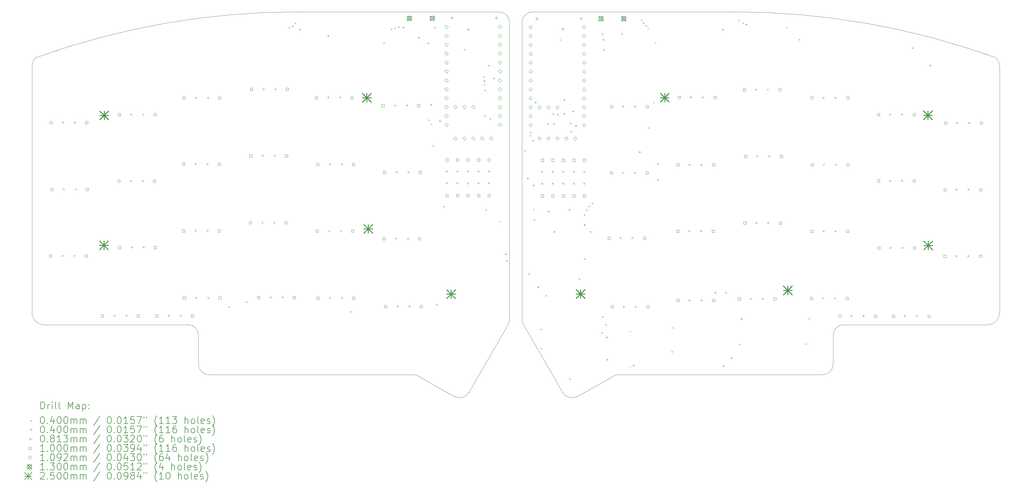
<source format=gbr>
%TF.GenerationSoftware,KiCad,Pcbnew,(6.0.10)*%
%TF.CreationDate,2023-09-30T09:22:25-05:00*%
%TF.ProjectId,RunType58,52756e54-7970-4653-9538-2e6b69636164,rev?*%
%TF.SameCoordinates,Original*%
%TF.FileFunction,Drillmap*%
%TF.FilePolarity,Positive*%
%FSLAX45Y45*%
G04 Gerber Fmt 4.5, Leading zero omitted, Abs format (unit mm)*
G04 Created by KiCad (PCBNEW (6.0.10)) date 2023-09-30 09:22:25*
%MOMM*%
%LPD*%
G01*
G04 APERTURE LIST*
%ADD10C,0.100000*%
%ADD11C,0.200000*%
%ADD12C,0.040000*%
%ADD13C,0.081280*%
%ADD14C,0.109220*%
%ADD15C,0.130000*%
%ADD16C,0.250000*%
G04 APERTURE END LIST*
D10*
X16073808Y-11170788D02*
X15751665Y-11728755D01*
X21168876Y-12600255D02*
X25043876Y-12600255D01*
X2496377Y-10821505D02*
G75*
G03*
X2846376Y-11171505I350000J0D01*
G01*
X25643876Y-11171496D02*
G75*
G03*
X25343876Y-11471505I4J-300004D01*
G01*
X16114005Y-2549826D02*
G75*
G03*
X15814000Y-2249826I-300005J-5D01*
G01*
X2496376Y-3806505D02*
X2496376Y-10821505D01*
X14548070Y-13220851D02*
G75*
G03*
X14954659Y-13109211I146781J261641D01*
G01*
X18464195Y-12982696D02*
X18039682Y-13220850D01*
X29741376Y-11171496D02*
G75*
G03*
X30091376Y-10821505I4J349996D01*
G01*
X11418876Y-12600255D02*
X7543876Y-12600255D01*
X16114000Y-11020788D02*
X16114000Y-2549826D01*
X15751665Y-11728755D02*
X15101665Y-12854588D01*
X14954659Y-13109211D02*
X15101665Y-12854588D01*
X2846376Y-11171505D02*
X4146376Y-11171505D01*
X30005980Y-3577408D02*
G75*
G03*
X29968454Y-3551650I-68040J-58912D01*
G01*
X25343876Y-12300255D02*
X25343876Y-11851505D01*
X13513491Y-12640447D02*
X13441848Y-12600255D01*
X14123557Y-12982696D02*
X14548070Y-13220850D01*
X17633092Y-13109211D02*
G75*
G03*
X18039682Y-13220850I259808J150001D01*
G01*
X16836086Y-11728755D02*
X17486086Y-12854588D01*
X2619299Y-3551652D02*
G75*
G03*
X2581772Y-3577409I30511J-84668D01*
G01*
X10096148Y-2249826D02*
G75*
G03*
X2619298Y-3551650I-25098J-21977894D01*
G01*
X13513491Y-12640447D02*
X14123557Y-12982696D01*
X16473752Y-2549826D02*
X16473752Y-11020788D01*
X16473753Y-11020788D02*
G75*
G03*
X16513944Y-11170788I299997J-3D01*
G01*
X12718876Y-12600255D02*
X13441848Y-12600255D01*
X16073809Y-11170788D02*
G75*
G03*
X16114000Y-11020788I-259809J149998D01*
G01*
X25343876Y-11851505D02*
X25343876Y-11471505D01*
X11418876Y-12600255D02*
X12718876Y-12600255D01*
X25043876Y-12600246D02*
G75*
G03*
X25343876Y-12300255I4J299996D01*
G01*
X7243876Y-12300255D02*
X7243876Y-11851505D01*
X7243875Y-11471505D02*
G75*
G03*
X6943876Y-11171505I-299995J5D01*
G01*
X16773752Y-2249826D02*
X22491604Y-2249826D01*
X30091376Y-3806505D02*
X30091376Y-5106505D01*
X30091376Y-9521505D02*
X30091376Y-10821505D01*
X19074261Y-12640447D02*
X18464195Y-12982696D01*
X17633093Y-13109211D02*
X17486086Y-12854588D01*
X16773752Y-2249832D02*
G75*
G03*
X16473752Y-2549826I-2J-299998D01*
G01*
X15814000Y-2249826D02*
X10096148Y-2249826D01*
X19074261Y-12640447D02*
X19145904Y-12600255D01*
X4146376Y-11171505D02*
X6943876Y-11171505D01*
X30091376Y-5106505D02*
X30091376Y-9521505D01*
X19145904Y-12600255D02*
X21168876Y-12600255D01*
X30091374Y-3806505D02*
G75*
G03*
X30005979Y-3577409I-349994J5D01*
G01*
X16513944Y-11170788D02*
X16836086Y-11728755D01*
X25643876Y-11171505D02*
X29741376Y-11171505D01*
X2581773Y-3577409D02*
G75*
G03*
X2496376Y-3806505I264604J-229096D01*
G01*
X7243876Y-11471505D02*
X7243876Y-11851505D01*
X29968453Y-3551651D02*
G75*
G03*
X22491604Y-2249826I-7451753J-20676069D01*
G01*
X7243875Y-12300255D02*
G75*
G03*
X7543876Y-12600255I300005J5D01*
G01*
D11*
D12*
X8100000Y-10651000D02*
X8140000Y-10691000D01*
X8140000Y-10651000D02*
X8100000Y-10691000D01*
X8598000Y-10504000D02*
X8638000Y-10544000D01*
X8638000Y-10504000D02*
X8598000Y-10544000D01*
X9814206Y-2677450D02*
X9854206Y-2717450D01*
X9854206Y-2677450D02*
X9814206Y-2717450D01*
X9909314Y-2632450D02*
X9949314Y-2672450D01*
X9949314Y-2632450D02*
X9909314Y-2672450D01*
X9987000Y-2554000D02*
X10027000Y-2594000D01*
X10027000Y-2554000D02*
X9987000Y-2594000D01*
X10120517Y-2729582D02*
X10160517Y-2769582D01*
X10160517Y-2729582D02*
X10120517Y-2769582D01*
X10923000Y-2917000D02*
X10963000Y-2957000D01*
X10963000Y-2917000D02*
X10923000Y-2957000D01*
X11567000Y-10780000D02*
X11607000Y-10820000D01*
X11607000Y-10780000D02*
X11567000Y-10820000D01*
X12518000Y-3117000D02*
X12558000Y-3157000D01*
X12558000Y-3117000D02*
X12518000Y-3157000D01*
X12728000Y-2723540D02*
X12768000Y-2763540D01*
X12768000Y-2723540D02*
X12728000Y-2763540D01*
X12829000Y-2693000D02*
X12869000Y-2733000D01*
X12869000Y-2693000D02*
X12829000Y-2733000D01*
X12939770Y-2655230D02*
X12979770Y-2695230D01*
X12979770Y-2655230D02*
X12939770Y-2695230D01*
X13063000Y-2676000D02*
X13103000Y-2716000D01*
X13103000Y-2676000D02*
X13063000Y-2716000D01*
X13508000Y-2967000D02*
X13548000Y-3007000D01*
X13548000Y-2967000D02*
X13508000Y-3007000D01*
X13781000Y-3121000D02*
X13821000Y-3161000D01*
X13821000Y-3121000D02*
X13781000Y-3161000D01*
X13794950Y-5314000D02*
X13834950Y-5354000D01*
X13834950Y-5314000D02*
X13794950Y-5354000D01*
X13859763Y-4874516D02*
X13899763Y-4914516D01*
X13899763Y-4874516D02*
X13859763Y-4914516D01*
X13867400Y-5430000D02*
X13907400Y-5470000D01*
X13907400Y-5430000D02*
X13867400Y-5470000D01*
X13922000Y-6056000D02*
X13962000Y-6096000D01*
X13962000Y-6056000D02*
X13922000Y-6096000D01*
X13966000Y-2673095D02*
X14006000Y-2713095D01*
X14006000Y-2673095D02*
X13966000Y-2713095D01*
X14019000Y-10577000D02*
X14059000Y-10617000D01*
X14059000Y-10577000D02*
X14019000Y-10617000D01*
X14107450Y-5346000D02*
X14147450Y-5386000D01*
X14147450Y-5346000D02*
X14107450Y-5386000D01*
X14218205Y-7780205D02*
X14258205Y-7820205D01*
X14258205Y-7780205D02*
X14218205Y-7820205D01*
X14815000Y-3304000D02*
X14855000Y-3344000D01*
X14855000Y-3304000D02*
X14815000Y-3344000D01*
X15371000Y-4078000D02*
X15411000Y-4118000D01*
X15411000Y-4078000D02*
X15371000Y-4118000D01*
X15375000Y-4306000D02*
X15415000Y-4346000D01*
X15415000Y-4306000D02*
X15375000Y-4346000D01*
X15376000Y-4198000D02*
X15416000Y-4238000D01*
X15416000Y-4198000D02*
X15376000Y-4238000D01*
X15396000Y-5197000D02*
X15436000Y-5237000D01*
X15436000Y-5197000D02*
X15396000Y-5237000D01*
X15402000Y-4469000D02*
X15442000Y-4509000D01*
X15442000Y-4469000D02*
X15402000Y-4509000D01*
X15428000Y-7882000D02*
X15468000Y-7922000D01*
X15468000Y-7882000D02*
X15428000Y-7922000D01*
X15505471Y-3760686D02*
X15545471Y-3800686D01*
X15545471Y-3760686D02*
X15505471Y-3800686D01*
X15550000Y-5280000D02*
X15590000Y-5320000D01*
X15590000Y-5280000D02*
X15550000Y-5320000D01*
X15652023Y-4123000D02*
X15692023Y-4163000D01*
X15692023Y-4123000D02*
X15652023Y-4163000D01*
X15833000Y-8209000D02*
X15873000Y-8249000D01*
X15873000Y-8209000D02*
X15833000Y-8249000D01*
X15987550Y-9140000D02*
X16027550Y-9180000D01*
X16027550Y-9140000D02*
X15987550Y-9180000D01*
X16020000Y-9330000D02*
X16060000Y-9370000D01*
X16060000Y-9330000D02*
X16020000Y-9370000D01*
X16540000Y-6190000D02*
X16580000Y-6230000D01*
X16580000Y-6190000D02*
X16540000Y-6230000D01*
X16617550Y-6980000D02*
X16657550Y-7020000D01*
X16657550Y-6980000D02*
X16617550Y-7020000D01*
X16650000Y-9700000D02*
X16690000Y-9740000D01*
X16690000Y-9700000D02*
X16650000Y-9740000D01*
X16690000Y-5760000D02*
X16730000Y-5800000D01*
X16730000Y-5760000D02*
X16690000Y-5800000D01*
X16701000Y-5666000D02*
X16741000Y-5706000D01*
X16741000Y-5666000D02*
X16701000Y-5706000D01*
X16762450Y-5900000D02*
X16802450Y-5940000D01*
X16802450Y-5900000D02*
X16762450Y-5940000D01*
X16780000Y-7180000D02*
X16820000Y-7220000D01*
X16820000Y-7180000D02*
X16780000Y-7220000D01*
X16790000Y-7860000D02*
X16830000Y-7900000D01*
X16830000Y-7860000D02*
X16790000Y-7900000D01*
X16800000Y-8160000D02*
X16840000Y-8200000D01*
X16840000Y-8160000D02*
X16800000Y-8200000D01*
X16834000Y-4814000D02*
X16874000Y-4854000D01*
X16874000Y-4814000D02*
X16834000Y-4854000D01*
X16910000Y-10080000D02*
X16950000Y-10120000D01*
X16950000Y-10080000D02*
X16910000Y-10120000D01*
X16999000Y-11829000D02*
X17039000Y-11869000D01*
X17039000Y-11829000D02*
X16999000Y-11869000D01*
X17003000Y-11283000D02*
X17043000Y-11323000D01*
X17043000Y-11283000D02*
X17003000Y-11323000D01*
X17140000Y-10320000D02*
X17180000Y-10360000D01*
X17180000Y-10320000D02*
X17140000Y-10360000D01*
X17191000Y-5420000D02*
X17231000Y-5460000D01*
X17231000Y-5420000D02*
X17191000Y-5460000D01*
X17210000Y-7920000D02*
X17250000Y-7960000D01*
X17250000Y-7920000D02*
X17210000Y-7960000D01*
X17345000Y-5138000D02*
X17385000Y-5178000D01*
X17385000Y-5138000D02*
X17345000Y-5178000D01*
X17370000Y-5420000D02*
X17410000Y-5460000D01*
X17410000Y-5420000D02*
X17370000Y-5460000D01*
X17372450Y-8500000D02*
X17412450Y-8540000D01*
X17412450Y-8500000D02*
X17372450Y-8540000D01*
X17471000Y-5155000D02*
X17511000Y-5195000D01*
X17511000Y-5155000D02*
X17471000Y-5195000D01*
X17542000Y-3027000D02*
X17582000Y-3067000D01*
X17582000Y-3027000D02*
X17542000Y-3067000D01*
X17656550Y-4746000D02*
X17696550Y-4786000D01*
X17696550Y-4746000D02*
X17656550Y-4786000D01*
X17657780Y-5134320D02*
X17697780Y-5174320D01*
X17697780Y-5134320D02*
X17657780Y-5174320D01*
X17800000Y-7877450D02*
X17840000Y-7917450D01*
X17840000Y-7877450D02*
X17800000Y-7917450D01*
X17820000Y-12700000D02*
X17860000Y-12740000D01*
X17860000Y-12700000D02*
X17820000Y-12740000D01*
X17835000Y-5408406D02*
X17875000Y-5448406D01*
X17875000Y-5408406D02*
X17835000Y-5448406D01*
X17859000Y-5641000D02*
X17899000Y-5681000D01*
X17899000Y-5641000D02*
X17859000Y-5681000D01*
X17912520Y-5066000D02*
X17952520Y-5106000D01*
X17952520Y-5066000D02*
X17912520Y-5106000D01*
X17988000Y-5481000D02*
X18028000Y-5521000D01*
X18028000Y-5481000D02*
X17988000Y-5521000D01*
X18090000Y-9853000D02*
X18130000Y-9893000D01*
X18130000Y-9853000D02*
X18090000Y-9893000D01*
X18230000Y-8020000D02*
X18270000Y-8060000D01*
X18270000Y-8020000D02*
X18230000Y-8060000D01*
X18236950Y-8303050D02*
X18276950Y-8343050D01*
X18276950Y-8303050D02*
X18236950Y-8343050D01*
X18242000Y-9278000D02*
X18282000Y-9318000D01*
X18282000Y-9278000D02*
X18242000Y-9318000D01*
X18300000Y-7880000D02*
X18340000Y-7920000D01*
X18340000Y-7880000D02*
X18300000Y-7920000D01*
X18370000Y-7770000D02*
X18410000Y-7810000D01*
X18410000Y-7770000D02*
X18370000Y-7810000D01*
X18412450Y-8500000D02*
X18452450Y-8540000D01*
X18452450Y-8500000D02*
X18412450Y-8540000D01*
X18460000Y-7690000D02*
X18500000Y-7730000D01*
X18500000Y-7690000D02*
X18460000Y-7730000D01*
X18730000Y-11380000D02*
X18770000Y-11420000D01*
X18770000Y-11380000D02*
X18730000Y-11420000D01*
X18750000Y-10920000D02*
X18790000Y-10960000D01*
X18790000Y-10920000D02*
X18750000Y-10960000D01*
X18751976Y-2864355D02*
X18791976Y-2904355D01*
X18791976Y-2864355D02*
X18751976Y-2904355D01*
X18770000Y-3020000D02*
X18810000Y-3060000D01*
X18810000Y-3020000D02*
X18770000Y-3060000D01*
X18780000Y-3310000D02*
X18820000Y-3350000D01*
X18820000Y-3310000D02*
X18780000Y-3350000D01*
X18840000Y-11150000D02*
X18880000Y-11190000D01*
X18880000Y-11150000D02*
X18840000Y-11190000D01*
X18870000Y-11510000D02*
X18910000Y-11550000D01*
X18910000Y-11510000D02*
X18870000Y-11550000D01*
X18880000Y-12150000D02*
X18920000Y-12190000D01*
X18920000Y-12150000D02*
X18880000Y-12190000D01*
X19310000Y-2864355D02*
X19350000Y-2904355D01*
X19350000Y-2864355D02*
X19310000Y-2904355D01*
X19540000Y-11340000D02*
X19580000Y-11380000D01*
X19580000Y-11340000D02*
X19540000Y-11380000D01*
X19540000Y-12340000D02*
X19580000Y-12380000D01*
X19580000Y-12340000D02*
X19540000Y-12380000D01*
X19634821Y-12308393D02*
X19674821Y-12348393D01*
X19674821Y-12308393D02*
X19634821Y-12348393D01*
X19807000Y-6226000D02*
X19847000Y-6266000D01*
X19847000Y-6226000D02*
X19807000Y-6266000D01*
X19863000Y-2467000D02*
X19903000Y-2507000D01*
X19903000Y-2467000D02*
X19863000Y-2507000D01*
X19918837Y-2549899D02*
X19958837Y-2589899D01*
X19958837Y-2549899D02*
X19918837Y-2589899D01*
X19991337Y-2622349D02*
X20031337Y-2662349D01*
X20031337Y-2622349D02*
X19991337Y-2662349D01*
X20048000Y-2705000D02*
X20088000Y-2745000D01*
X20088000Y-2705000D02*
X20048000Y-2745000D01*
X20064000Y-5536000D02*
X20104000Y-5576000D01*
X20104000Y-5536000D02*
X20064000Y-5576000D01*
X20210000Y-4812000D02*
X20250000Y-4852000D01*
X20250000Y-4812000D02*
X20210000Y-4852000D01*
X20260000Y-3120000D02*
X20300000Y-3160000D01*
X20300000Y-3120000D02*
X20260000Y-3160000D01*
X20320000Y-7030000D02*
X20360000Y-7070000D01*
X20360000Y-7030000D02*
X20320000Y-7070000D01*
X20321000Y-6562000D02*
X20361000Y-6602000D01*
X20361000Y-6562000D02*
X20321000Y-6602000D01*
X20730000Y-11920000D02*
X20770000Y-11960000D01*
X20770000Y-11920000D02*
X20730000Y-11960000D01*
X20760000Y-11240000D02*
X20800000Y-11280000D01*
X20800000Y-11240000D02*
X20760000Y-11280000D01*
X21961000Y-10236000D02*
X22001000Y-10276000D01*
X22001000Y-10236000D02*
X21961000Y-10276000D01*
X22182000Y-2735000D02*
X22222000Y-2775000D01*
X22222000Y-2735000D02*
X22182000Y-2775000D01*
X22190000Y-12325050D02*
X22230000Y-12365050D01*
X22230000Y-12325050D02*
X22190000Y-12365050D01*
X22272000Y-10236000D02*
X22312000Y-10276000D01*
X22312000Y-10236000D02*
X22272000Y-10276000D01*
X22420000Y-12100000D02*
X22460000Y-12140000D01*
X22460000Y-12100000D02*
X22420000Y-12140000D01*
X22645000Y-2474000D02*
X22685000Y-2514000D01*
X22685000Y-2474000D02*
X22645000Y-2514000D01*
X22650000Y-11710000D02*
X22690000Y-11750000D01*
X22690000Y-11710000D02*
X22650000Y-11750000D01*
X22711126Y-10984165D02*
X22751126Y-11024165D01*
X22751126Y-10984165D02*
X22711126Y-11024165D01*
X22752000Y-2540365D02*
X22792000Y-2580365D01*
X22792000Y-2540365D02*
X22752000Y-2580365D01*
X22844342Y-2585365D02*
X22884342Y-2625365D01*
X22884342Y-2585365D02*
X22844342Y-2625365D01*
X24011000Y-2672000D02*
X24051000Y-2712000D01*
X24051000Y-2672000D02*
X24011000Y-2712000D01*
X24365000Y-3022000D02*
X24405000Y-3062000D01*
X24405000Y-3022000D02*
X24365000Y-3062000D01*
X24550000Y-11700000D02*
X24590000Y-11740000D01*
X24590000Y-11700000D02*
X24550000Y-11740000D01*
X24640000Y-10980000D02*
X24680000Y-11020000D01*
X24680000Y-10980000D02*
X24640000Y-11020000D01*
X27589000Y-3259000D02*
X27629000Y-3299000D01*
X27629000Y-3259000D02*
X27589000Y-3299000D01*
X28092000Y-3756000D02*
X28132000Y-3796000D01*
X28132000Y-3756000D02*
X28092000Y-3796000D01*
X3390000Y-9211000D02*
G75*
G03*
X3390000Y-9211000I-20000J0D01*
G01*
X3404000Y-5410254D02*
G75*
G03*
X3404000Y-5410254I-20000J0D01*
G01*
X3425000Y-7313000D02*
G75*
G03*
X3425000Y-7313000I-20000J0D01*
G01*
X3730000Y-9211000D02*
G75*
G03*
X3730000Y-9211000I-20000J0D01*
G01*
X3744000Y-5410254D02*
G75*
G03*
X3744000Y-5410254I-20000J0D01*
G01*
X3765000Y-7313000D02*
G75*
G03*
X3765000Y-7313000I-20000J0D01*
G01*
X4875000Y-10916000D02*
G75*
G03*
X4875000Y-10916000I-20000J0D01*
G01*
X5215000Y-10916000D02*
G75*
G03*
X5215000Y-10916000I-20000J0D01*
G01*
X5340000Y-7078000D02*
G75*
G03*
X5340000Y-7078000I-20000J0D01*
G01*
X5354000Y-5180000D02*
G75*
G03*
X5354000Y-5180000I-20000J0D01*
G01*
X5362000Y-8968000D02*
G75*
G03*
X5362000Y-8968000I-20000J0D01*
G01*
X5680000Y-7078000D02*
G75*
G03*
X5680000Y-7078000I-20000J0D01*
G01*
X5694000Y-5180000D02*
G75*
G03*
X5694000Y-5180000I-20000J0D01*
G01*
X5702000Y-8968000D02*
G75*
G03*
X5702000Y-8968000I-20000J0D01*
G01*
X6424000Y-10916000D02*
G75*
G03*
X6424000Y-10916000I-20000J0D01*
G01*
X6764000Y-10916000D02*
G75*
G03*
X6764000Y-10916000I-20000J0D01*
G01*
X7183000Y-6596000D02*
G75*
G03*
X7183000Y-6596000I-20000J0D01*
G01*
X7186000Y-8495000D02*
G75*
G03*
X7186000Y-8495000I-20000J0D01*
G01*
X7198000Y-4703000D02*
G75*
G03*
X7198000Y-4703000I-20000J0D01*
G01*
X7206000Y-10408000D02*
G75*
G03*
X7206000Y-10408000I-20000J0D01*
G01*
X7523000Y-6596000D02*
G75*
G03*
X7523000Y-6596000I-20000J0D01*
G01*
X7526000Y-8495000D02*
G75*
G03*
X7526000Y-8495000I-20000J0D01*
G01*
X7538000Y-4703000D02*
G75*
G03*
X7538000Y-4703000I-20000J0D01*
G01*
X7546000Y-10408000D02*
G75*
G03*
X7546000Y-10408000I-20000J0D01*
G01*
X9090000Y-8263000D02*
G75*
G03*
X9090000Y-8263000I-20000J0D01*
G01*
X9102000Y-6352000D02*
G75*
G03*
X9102000Y-6352000I-20000J0D01*
G01*
X9123000Y-4455000D02*
G75*
G03*
X9123000Y-4455000I-20000J0D01*
G01*
X9328000Y-10397000D02*
G75*
G03*
X9328000Y-10397000I-20000J0D01*
G01*
X9430000Y-8263000D02*
G75*
G03*
X9430000Y-8263000I-20000J0D01*
G01*
X9442000Y-6352000D02*
G75*
G03*
X9442000Y-6352000I-20000J0D01*
G01*
X9463000Y-4455000D02*
G75*
G03*
X9463000Y-4455000I-20000J0D01*
G01*
X9668000Y-10397000D02*
G75*
G03*
X9668000Y-10397000I-20000J0D01*
G01*
X10971000Y-4695000D02*
G75*
G03*
X10971000Y-4695000I-20000J0D01*
G01*
X10995000Y-8500000D02*
G75*
G03*
X10995000Y-8500000I-20000J0D01*
G01*
X11013000Y-6601000D02*
G75*
G03*
X11013000Y-6601000I-20000J0D01*
G01*
X11022000Y-10412000D02*
G75*
G03*
X11022000Y-10412000I-20000J0D01*
G01*
X11311000Y-4695000D02*
G75*
G03*
X11311000Y-4695000I-20000J0D01*
G01*
X11335000Y-8500000D02*
G75*
G03*
X11335000Y-8500000I-20000J0D01*
G01*
X11353000Y-6601000D02*
G75*
G03*
X11353000Y-6601000I-20000J0D01*
G01*
X11362000Y-10412000D02*
G75*
G03*
X11362000Y-10412000I-20000J0D01*
G01*
X12871000Y-4922000D02*
G75*
G03*
X12871000Y-4922000I-20000J0D01*
G01*
X12902000Y-8720746D02*
G75*
G03*
X12902000Y-8720746I-20000J0D01*
G01*
X12918000Y-6825746D02*
G75*
G03*
X12918000Y-6825746I-20000J0D01*
G01*
X12946000Y-10648000D02*
G75*
G03*
X12946000Y-10648000I-20000J0D01*
G01*
X13211000Y-4922000D02*
G75*
G03*
X13211000Y-4922000I-20000J0D01*
G01*
X13242000Y-8720746D02*
G75*
G03*
X13242000Y-8720746I-20000J0D01*
G01*
X13258000Y-6825746D02*
G75*
G03*
X13258000Y-6825746I-20000J0D01*
G01*
X13286000Y-10648000D02*
G75*
G03*
X13286000Y-10648000I-20000J0D01*
G01*
X14350000Y-6802000D02*
G75*
G03*
X14350000Y-6802000I-20000J0D01*
G01*
X14350000Y-7142000D02*
G75*
G03*
X14350000Y-7142000I-20000J0D01*
G01*
X14651000Y-6802000D02*
G75*
G03*
X14651000Y-6802000I-20000J0D01*
G01*
X14651000Y-7142000D02*
G75*
G03*
X14651000Y-7142000I-20000J0D01*
G01*
X14951746Y-6802000D02*
G75*
G03*
X14951746Y-6802000I-20000J0D01*
G01*
X14951746Y-7142000D02*
G75*
G03*
X14951746Y-7142000I-20000J0D01*
G01*
X15251746Y-6802000D02*
G75*
G03*
X15251746Y-6802000I-20000J0D01*
G01*
X15251746Y-7142000D02*
G75*
G03*
X15251746Y-7142000I-20000J0D01*
G01*
X15551746Y-6802000D02*
G75*
G03*
X15551746Y-6802000I-20000J0D01*
G01*
X15551746Y-7142000D02*
G75*
G03*
X15551746Y-7142000I-20000J0D01*
G01*
X17070000Y-6810000D02*
G75*
G03*
X17070000Y-6810000I-20000J0D01*
G01*
X17070000Y-7150000D02*
G75*
G03*
X17070000Y-7150000I-20000J0D01*
G01*
X17370000Y-6810000D02*
G75*
G03*
X17370000Y-6810000I-20000J0D01*
G01*
X17370000Y-7150000D02*
G75*
G03*
X17370000Y-7150000I-20000J0D01*
G01*
X17670000Y-6810000D02*
G75*
G03*
X17670000Y-6810000I-20000J0D01*
G01*
X17670000Y-7150000D02*
G75*
G03*
X17670000Y-7150000I-20000J0D01*
G01*
X17970000Y-6810000D02*
G75*
G03*
X17970000Y-6810000I-20000J0D01*
G01*
X17970000Y-7150000D02*
G75*
G03*
X17970000Y-7150000I-20000J0D01*
G01*
X18270000Y-6810000D02*
G75*
G03*
X18270000Y-6810000I-20000J0D01*
G01*
X18270000Y-7150000D02*
G75*
G03*
X18270000Y-7150000I-20000J0D01*
G01*
X19300000Y-8700000D02*
G75*
G03*
X19300000Y-8700000I-20000J0D01*
G01*
X19370000Y-6840000D02*
G75*
G03*
X19370000Y-6840000I-20000J0D01*
G01*
X19380000Y-4950000D02*
G75*
G03*
X19380000Y-4950000I-20000J0D01*
G01*
X19394000Y-10660254D02*
G75*
G03*
X19394000Y-10660254I-20000J0D01*
G01*
X19640000Y-8700000D02*
G75*
G03*
X19640000Y-8700000I-20000J0D01*
G01*
X19710000Y-6840000D02*
G75*
G03*
X19710000Y-6840000I-20000J0D01*
G01*
X19720000Y-4950000D02*
G75*
G03*
X19720000Y-4950000I-20000J0D01*
G01*
X19734000Y-10660254D02*
G75*
G03*
X19734000Y-10660254I-20000J0D01*
G01*
X21260000Y-8510000D02*
G75*
G03*
X21260000Y-8510000I-20000J0D01*
G01*
X21270000Y-6610000D02*
G75*
G03*
X21270000Y-6610000I-20000J0D01*
G01*
X21270000Y-10480000D02*
G75*
G03*
X21270000Y-10480000I-20000J0D01*
G01*
X21305000Y-4688000D02*
G75*
G03*
X21305000Y-4688000I-20000J0D01*
G01*
X21600000Y-8510000D02*
G75*
G03*
X21600000Y-8510000I-20000J0D01*
G01*
X21610000Y-6610000D02*
G75*
G03*
X21610000Y-6610000I-20000J0D01*
G01*
X21610000Y-10480000D02*
G75*
G03*
X21610000Y-10480000I-20000J0D01*
G01*
X21645000Y-4688000D02*
G75*
G03*
X21645000Y-4688000I-20000J0D01*
G01*
X23013000Y-10435000D02*
G75*
G03*
X23013000Y-10435000I-20000J0D01*
G01*
X23160000Y-4470000D02*
G75*
G03*
X23160000Y-4470000I-20000J0D01*
G01*
X23174000Y-8270254D02*
G75*
G03*
X23174000Y-8270254I-20000J0D01*
G01*
X23200000Y-6370000D02*
G75*
G03*
X23200000Y-6370000I-20000J0D01*
G01*
X23353000Y-10435000D02*
G75*
G03*
X23353000Y-10435000I-20000J0D01*
G01*
X23500000Y-4470000D02*
G75*
G03*
X23500000Y-4470000I-20000J0D01*
G01*
X23514000Y-8270254D02*
G75*
G03*
X23514000Y-8270254I-20000J0D01*
G01*
X23540000Y-6370000D02*
G75*
G03*
X23540000Y-6370000I-20000J0D01*
G01*
X25074000Y-10420000D02*
G75*
G03*
X25074000Y-10420000I-20000J0D01*
G01*
X25090000Y-4700000D02*
G75*
G03*
X25090000Y-4700000I-20000J0D01*
G01*
X25094000Y-8510254D02*
G75*
G03*
X25094000Y-8510254I-20000J0D01*
G01*
X25100000Y-6610000D02*
G75*
G03*
X25100000Y-6610000I-20000J0D01*
G01*
X25414000Y-10420000D02*
G75*
G03*
X25414000Y-10420000I-20000J0D01*
G01*
X25430000Y-4700000D02*
G75*
G03*
X25430000Y-4700000I-20000J0D01*
G01*
X25434000Y-8510254D02*
G75*
G03*
X25434000Y-8510254I-20000J0D01*
G01*
X25440000Y-6610000D02*
G75*
G03*
X25440000Y-6610000I-20000J0D01*
G01*
X25890000Y-10930000D02*
G75*
G03*
X25890000Y-10930000I-20000J0D01*
G01*
X26230000Y-10930000D02*
G75*
G03*
X26230000Y-10930000I-20000J0D01*
G01*
X26990000Y-5180000D02*
G75*
G03*
X26990000Y-5180000I-20000J0D01*
G01*
X26990000Y-7070000D02*
G75*
G03*
X26990000Y-7070000I-20000J0D01*
G01*
X27000000Y-8980000D02*
G75*
G03*
X27000000Y-8980000I-20000J0D01*
G01*
X27330000Y-5180000D02*
G75*
G03*
X27330000Y-5180000I-20000J0D01*
G01*
X27330000Y-7070000D02*
G75*
G03*
X27330000Y-7070000I-20000J0D01*
G01*
X27340000Y-8980000D02*
G75*
G03*
X27340000Y-8980000I-20000J0D01*
G01*
X27410000Y-10930000D02*
G75*
G03*
X27410000Y-10930000I-20000J0D01*
G01*
X27750000Y-10930000D02*
G75*
G03*
X27750000Y-10930000I-20000J0D01*
G01*
X28880000Y-9220000D02*
G75*
G03*
X28880000Y-9220000I-20000J0D01*
G01*
X28884000Y-7320254D02*
G75*
G03*
X28884000Y-7320254I-20000J0D01*
G01*
X28900000Y-5420000D02*
G75*
G03*
X28900000Y-5420000I-20000J0D01*
G01*
X29220000Y-9220000D02*
G75*
G03*
X29220000Y-9220000I-20000J0D01*
G01*
X29224000Y-7320254D02*
G75*
G03*
X29224000Y-7320254I-20000J0D01*
G01*
X29240000Y-5420000D02*
G75*
G03*
X29240000Y-5420000I-20000J0D01*
G01*
D13*
X14470000Y-2379360D02*
X14470000Y-2460640D01*
X14429360Y-2420000D02*
X14510640Y-2420000D01*
X14940000Y-2706010D02*
X14940000Y-2787290D01*
X14899360Y-2746650D02*
X14980640Y-2746650D01*
X15737000Y-2381360D02*
X15737000Y-2462640D01*
X15696360Y-2422000D02*
X15777640Y-2422000D01*
X16894650Y-2404360D02*
X16894650Y-2485640D01*
X16854010Y-2445000D02*
X16935290Y-2445000D01*
X17635000Y-2697010D02*
X17635000Y-2778290D01*
X17594360Y-2737650D02*
X17675640Y-2737650D01*
X18151000Y-2397360D02*
X18151000Y-2478640D01*
X18110360Y-2438000D02*
X18191640Y-2438000D01*
D10*
X3059356Y-9246610D02*
X3059356Y-9175898D01*
X2988644Y-9175898D01*
X2988644Y-9246610D01*
X3059356Y-9246610D01*
X3073356Y-5445864D02*
X3073356Y-5375152D01*
X3002644Y-5375152D01*
X3002644Y-5445864D01*
X3073356Y-5445864D01*
X3094356Y-7348610D02*
X3094356Y-7277898D01*
X3023644Y-7277898D01*
X3023644Y-7348610D01*
X3094356Y-7348610D01*
X4075356Y-9246610D02*
X4075356Y-9175898D01*
X4004644Y-9175898D01*
X4004644Y-9246610D01*
X4075356Y-9246610D01*
X4089356Y-5445864D02*
X4089356Y-5375152D01*
X4018644Y-5375152D01*
X4018644Y-5445864D01*
X4089356Y-5445864D01*
X4110356Y-7348610D02*
X4110356Y-7277898D01*
X4039644Y-7277898D01*
X4039644Y-7348610D01*
X4110356Y-7348610D01*
X4544356Y-10951610D02*
X4544356Y-10880898D01*
X4473644Y-10880898D01*
X4473644Y-10951610D01*
X4544356Y-10951610D01*
X5009356Y-7113610D02*
X5009356Y-7042898D01*
X4938644Y-7042898D01*
X4938644Y-7113610D01*
X5009356Y-7113610D01*
X5023356Y-5215610D02*
X5023356Y-5144898D01*
X4952644Y-5144898D01*
X4952644Y-5215610D01*
X5023356Y-5215610D01*
X5031356Y-9003610D02*
X5031356Y-8932898D01*
X4960644Y-8932898D01*
X4960644Y-9003610D01*
X5031356Y-9003610D01*
X5560356Y-10951610D02*
X5560356Y-10880898D01*
X5489644Y-10880898D01*
X5489644Y-10951610D01*
X5560356Y-10951610D01*
X6025356Y-7113610D02*
X6025356Y-7042898D01*
X5954644Y-7042898D01*
X5954644Y-7113610D01*
X6025356Y-7113610D01*
X6039356Y-5215610D02*
X6039356Y-5144898D01*
X5968644Y-5144898D01*
X5968644Y-5215610D01*
X6039356Y-5215610D01*
X6047356Y-9003610D02*
X6047356Y-8932898D01*
X5976644Y-8932898D01*
X5976644Y-9003610D01*
X6047356Y-9003610D01*
X6093356Y-10951610D02*
X6093356Y-10880898D01*
X6022644Y-10880898D01*
X6022644Y-10951610D01*
X6093356Y-10951610D01*
X6852356Y-6631610D02*
X6852356Y-6560898D01*
X6781644Y-6560898D01*
X6781644Y-6631610D01*
X6852356Y-6631610D01*
X6855356Y-8530610D02*
X6855356Y-8459898D01*
X6784644Y-8459898D01*
X6784644Y-8530610D01*
X6855356Y-8530610D01*
X6867356Y-4738610D02*
X6867356Y-4667898D01*
X6796644Y-4667898D01*
X6796644Y-4738610D01*
X6867356Y-4738610D01*
X6875356Y-10443610D02*
X6875356Y-10372898D01*
X6804644Y-10372898D01*
X6804644Y-10443610D01*
X6875356Y-10443610D01*
X7109356Y-10951610D02*
X7109356Y-10880898D01*
X7038644Y-10880898D01*
X7038644Y-10951610D01*
X7109356Y-10951610D01*
X7868356Y-6631610D02*
X7868356Y-6560898D01*
X7797644Y-6560898D01*
X7797644Y-6631610D01*
X7868356Y-6631610D01*
X7871356Y-8530610D02*
X7871356Y-8459898D01*
X7800644Y-8459898D01*
X7800644Y-8530610D01*
X7871356Y-8530610D01*
X7883356Y-4738610D02*
X7883356Y-4667898D01*
X7812644Y-4667898D01*
X7812644Y-4738610D01*
X7883356Y-4738610D01*
X7891356Y-10443610D02*
X7891356Y-10372898D01*
X7820644Y-10372898D01*
X7820644Y-10443610D01*
X7891356Y-10443610D01*
X8759356Y-8298610D02*
X8759356Y-8227898D01*
X8688644Y-8227898D01*
X8688644Y-8298610D01*
X8759356Y-8298610D01*
X8771356Y-6387610D02*
X8771356Y-6316898D01*
X8700644Y-6316898D01*
X8700644Y-6387610D01*
X8771356Y-6387610D01*
X8792356Y-4490610D02*
X8792356Y-4419898D01*
X8721644Y-4419898D01*
X8721644Y-4490610D01*
X8792356Y-4490610D01*
X8997356Y-10432610D02*
X8997356Y-10361898D01*
X8926644Y-10361898D01*
X8926644Y-10432610D01*
X8997356Y-10432610D01*
X9775356Y-8298610D02*
X9775356Y-8227898D01*
X9704644Y-8227898D01*
X9704644Y-8298610D01*
X9775356Y-8298610D01*
X9787356Y-6387610D02*
X9787356Y-6316898D01*
X9716644Y-6316898D01*
X9716644Y-6387610D01*
X9787356Y-6387610D01*
X9808356Y-4490610D02*
X9808356Y-4419898D01*
X9737644Y-4419898D01*
X9737644Y-4490610D01*
X9808356Y-4490610D01*
X10013356Y-10432610D02*
X10013356Y-10361898D01*
X9942644Y-10361898D01*
X9942644Y-10432610D01*
X10013356Y-10432610D01*
X10640356Y-4730610D02*
X10640356Y-4659898D01*
X10569644Y-4659898D01*
X10569644Y-4730610D01*
X10640356Y-4730610D01*
X10664356Y-8535610D02*
X10664356Y-8464898D01*
X10593644Y-8464898D01*
X10593644Y-8535610D01*
X10664356Y-8535610D01*
X10682356Y-6636610D02*
X10682356Y-6565898D01*
X10611644Y-6565898D01*
X10611644Y-6636610D01*
X10682356Y-6636610D01*
X10691356Y-10447610D02*
X10691356Y-10376898D01*
X10620644Y-10376898D01*
X10620644Y-10447610D01*
X10691356Y-10447610D01*
X11656356Y-4730610D02*
X11656356Y-4659898D01*
X11585644Y-4659898D01*
X11585644Y-4730610D01*
X11656356Y-4730610D01*
X11680356Y-8535610D02*
X11680356Y-8464898D01*
X11609644Y-8464898D01*
X11609644Y-8535610D01*
X11680356Y-8535610D01*
X11698356Y-6636610D02*
X11698356Y-6565898D01*
X11627644Y-6565898D01*
X11627644Y-6636610D01*
X11698356Y-6636610D01*
X11707356Y-10447610D02*
X11707356Y-10376898D01*
X11636644Y-10376898D01*
X11636644Y-10447610D01*
X11707356Y-10447610D01*
X12540356Y-4957610D02*
X12540356Y-4886898D01*
X12469644Y-4886898D01*
X12469644Y-4957610D01*
X12540356Y-4957610D01*
X12571356Y-8756356D02*
X12571356Y-8685644D01*
X12500644Y-8685644D01*
X12500644Y-8756356D01*
X12571356Y-8756356D01*
X12587356Y-6861356D02*
X12587356Y-6790644D01*
X12516644Y-6790644D01*
X12516644Y-6861356D01*
X12587356Y-6861356D01*
X12615356Y-10683610D02*
X12615356Y-10612898D01*
X12544644Y-10612898D01*
X12544644Y-10683610D01*
X12615356Y-10683610D01*
X13556356Y-4957610D02*
X13556356Y-4886898D01*
X13485644Y-4886898D01*
X13485644Y-4957610D01*
X13556356Y-4957610D01*
X13587356Y-8756356D02*
X13587356Y-8685644D01*
X13516644Y-8685644D01*
X13516644Y-8756356D01*
X13587356Y-8756356D01*
X13603356Y-6861356D02*
X13603356Y-6790644D01*
X13532644Y-6790644D01*
X13532644Y-6861356D01*
X13603356Y-6861356D01*
X13631356Y-10683610D02*
X13631356Y-10612898D01*
X13560644Y-10612898D01*
X13560644Y-10683610D01*
X13631356Y-10683610D01*
X14365610Y-6507356D02*
X14365610Y-6436644D01*
X14294898Y-6436644D01*
X14294898Y-6507356D01*
X14365610Y-6507356D01*
X14365610Y-7523356D02*
X14365610Y-7452644D01*
X14294898Y-7452644D01*
X14294898Y-7523356D01*
X14365610Y-7523356D01*
X14666610Y-6507356D02*
X14666610Y-6436644D01*
X14595898Y-6436644D01*
X14595898Y-6507356D01*
X14666610Y-6507356D01*
X14666610Y-7523356D02*
X14666610Y-7452644D01*
X14595898Y-7452644D01*
X14595898Y-7523356D01*
X14666610Y-7523356D01*
X14967356Y-6507356D02*
X14967356Y-6436644D01*
X14896644Y-6436644D01*
X14896644Y-6507356D01*
X14967356Y-6507356D01*
X14967356Y-7523356D02*
X14967356Y-7452644D01*
X14896644Y-7452644D01*
X14896644Y-7523356D01*
X14967356Y-7523356D01*
X15267356Y-6507356D02*
X15267356Y-6436644D01*
X15196644Y-6436644D01*
X15196644Y-6507356D01*
X15267356Y-6507356D01*
X15267356Y-7523356D02*
X15267356Y-7452644D01*
X15196644Y-7452644D01*
X15196644Y-7523356D01*
X15267356Y-7523356D01*
X15567356Y-6507356D02*
X15567356Y-6436644D01*
X15496644Y-6436644D01*
X15496644Y-6507356D01*
X15567356Y-6507356D01*
X15567356Y-7523356D02*
X15567356Y-7452644D01*
X15496644Y-7452644D01*
X15496644Y-7523356D01*
X15567356Y-7523356D01*
X17085610Y-6515356D02*
X17085610Y-6444644D01*
X17014898Y-6444644D01*
X17014898Y-6515356D01*
X17085610Y-6515356D01*
X17085610Y-7531356D02*
X17085610Y-7460644D01*
X17014898Y-7460644D01*
X17014898Y-7531356D01*
X17085610Y-7531356D01*
X17385610Y-6515356D02*
X17385610Y-6444644D01*
X17314898Y-6444644D01*
X17314898Y-6515356D01*
X17385610Y-6515356D01*
X17385610Y-7531356D02*
X17385610Y-7460644D01*
X17314898Y-7460644D01*
X17314898Y-7531356D01*
X17385610Y-7531356D01*
X17685610Y-6515356D02*
X17685610Y-6444644D01*
X17614898Y-6444644D01*
X17614898Y-6515356D01*
X17685610Y-6515356D01*
X17685610Y-7531356D02*
X17685610Y-7460644D01*
X17614898Y-7460644D01*
X17614898Y-7531356D01*
X17685610Y-7531356D01*
X17985610Y-6515356D02*
X17985610Y-6444644D01*
X17914898Y-6444644D01*
X17914898Y-6515356D01*
X17985610Y-6515356D01*
X17985610Y-7531356D02*
X17985610Y-7460644D01*
X17914898Y-7460644D01*
X17914898Y-7531356D01*
X17985610Y-7531356D01*
X18285610Y-6515356D02*
X18285610Y-6444644D01*
X18214898Y-6444644D01*
X18214898Y-6515356D01*
X18285610Y-6515356D01*
X18285610Y-7531356D02*
X18285610Y-7460644D01*
X18214898Y-7460644D01*
X18214898Y-7531356D01*
X18285610Y-7531356D01*
X18985356Y-8735102D02*
X18985356Y-8664390D01*
X18914644Y-8664390D01*
X18914644Y-8735102D01*
X18985356Y-8735102D01*
X19055356Y-6875102D02*
X19055356Y-6804390D01*
X18984644Y-6804390D01*
X18984644Y-6875102D01*
X19055356Y-6875102D01*
X19065356Y-4985102D02*
X19065356Y-4914390D01*
X18994644Y-4914390D01*
X18994644Y-4985102D01*
X19065356Y-4985102D01*
X19079356Y-10695356D02*
X19079356Y-10624644D01*
X19008644Y-10624644D01*
X19008644Y-10695356D01*
X19079356Y-10695356D01*
X20001356Y-8735102D02*
X20001356Y-8664390D01*
X19930644Y-8664390D01*
X19930644Y-8735102D01*
X20001356Y-8735102D01*
X20071356Y-6875102D02*
X20071356Y-6804390D01*
X20000644Y-6804390D01*
X20000644Y-6875102D01*
X20071356Y-6875102D01*
X20081356Y-4985102D02*
X20081356Y-4914390D01*
X20010644Y-4914390D01*
X20010644Y-4985102D01*
X20081356Y-4985102D01*
X20095356Y-10695356D02*
X20095356Y-10624644D01*
X20024644Y-10624644D01*
X20024644Y-10695356D01*
X20095356Y-10695356D01*
X20945356Y-8545102D02*
X20945356Y-8474390D01*
X20874644Y-8474390D01*
X20874644Y-8545102D01*
X20945356Y-8545102D01*
X20955356Y-6645102D02*
X20955356Y-6574390D01*
X20884644Y-6574390D01*
X20884644Y-6645102D01*
X20955356Y-6645102D01*
X20955356Y-10515102D02*
X20955356Y-10444390D01*
X20884644Y-10444390D01*
X20884644Y-10515102D01*
X20955356Y-10515102D01*
X20990356Y-4723102D02*
X20990356Y-4652390D01*
X20919644Y-4652390D01*
X20919644Y-4723102D01*
X20990356Y-4723102D01*
X21961356Y-8545102D02*
X21961356Y-8474390D01*
X21890644Y-8474390D01*
X21890644Y-8545102D01*
X21961356Y-8545102D01*
X21971356Y-6645102D02*
X21971356Y-6574390D01*
X21900644Y-6574390D01*
X21900644Y-6645102D01*
X21971356Y-6645102D01*
X21971356Y-10515102D02*
X21971356Y-10444390D01*
X21900644Y-10444390D01*
X21900644Y-10515102D01*
X21971356Y-10515102D01*
X22006356Y-4723102D02*
X22006356Y-4652390D01*
X21935644Y-4652390D01*
X21935644Y-4723102D01*
X22006356Y-4723102D01*
X22698356Y-10470102D02*
X22698356Y-10399390D01*
X22627644Y-10399390D01*
X22627644Y-10470102D01*
X22698356Y-10470102D01*
X22845356Y-4505102D02*
X22845356Y-4434390D01*
X22774644Y-4434390D01*
X22774644Y-4505102D01*
X22845356Y-4505102D01*
X22859356Y-8305356D02*
X22859356Y-8234644D01*
X22788644Y-8234644D01*
X22788644Y-8305356D01*
X22859356Y-8305356D01*
X22885356Y-6405102D02*
X22885356Y-6334390D01*
X22814644Y-6334390D01*
X22814644Y-6405102D01*
X22885356Y-6405102D01*
X23714356Y-10470102D02*
X23714356Y-10399390D01*
X23643644Y-10399390D01*
X23643644Y-10470102D01*
X23714356Y-10470102D01*
X23861356Y-4505102D02*
X23861356Y-4434390D01*
X23790644Y-4434390D01*
X23790644Y-4505102D01*
X23861356Y-4505102D01*
X23875356Y-8305356D02*
X23875356Y-8234644D01*
X23804644Y-8234644D01*
X23804644Y-8305356D01*
X23875356Y-8305356D01*
X23901356Y-6405102D02*
X23901356Y-6334390D01*
X23830644Y-6334390D01*
X23830644Y-6405102D01*
X23901356Y-6405102D01*
X24759356Y-10455102D02*
X24759356Y-10384390D01*
X24688644Y-10384390D01*
X24688644Y-10455102D01*
X24759356Y-10455102D01*
X24775356Y-4735102D02*
X24775356Y-4664390D01*
X24704644Y-4664390D01*
X24704644Y-4735102D01*
X24775356Y-4735102D01*
X24779356Y-8545356D02*
X24779356Y-8474644D01*
X24708644Y-8474644D01*
X24708644Y-8545356D01*
X24779356Y-8545356D01*
X24785356Y-6645102D02*
X24785356Y-6574390D01*
X24714644Y-6574390D01*
X24714644Y-6645102D01*
X24785356Y-6645102D01*
X25575356Y-10965102D02*
X25575356Y-10894390D01*
X25504644Y-10894390D01*
X25504644Y-10965102D01*
X25575356Y-10965102D01*
X25775356Y-10455102D02*
X25775356Y-10384390D01*
X25704644Y-10384390D01*
X25704644Y-10455102D01*
X25775356Y-10455102D01*
X25791356Y-4735102D02*
X25791356Y-4664390D01*
X25720644Y-4664390D01*
X25720644Y-4735102D01*
X25791356Y-4735102D01*
X25795356Y-8545356D02*
X25795356Y-8474644D01*
X25724644Y-8474644D01*
X25724644Y-8545356D01*
X25795356Y-8545356D01*
X25801356Y-6645102D02*
X25801356Y-6574390D01*
X25730644Y-6574390D01*
X25730644Y-6645102D01*
X25801356Y-6645102D01*
X26591356Y-10965102D02*
X26591356Y-10894390D01*
X26520644Y-10894390D01*
X26520644Y-10965102D01*
X26591356Y-10965102D01*
X26675356Y-5215102D02*
X26675356Y-5144390D01*
X26604644Y-5144390D01*
X26604644Y-5215102D01*
X26675356Y-5215102D01*
X26675356Y-7105102D02*
X26675356Y-7034390D01*
X26604644Y-7034390D01*
X26604644Y-7105102D01*
X26675356Y-7105102D01*
X26685356Y-9015102D02*
X26685356Y-8944390D01*
X26614644Y-8944390D01*
X26614644Y-9015102D01*
X26685356Y-9015102D01*
X27095356Y-10965102D02*
X27095356Y-10894390D01*
X27024644Y-10894390D01*
X27024644Y-10965102D01*
X27095356Y-10965102D01*
X27691356Y-5215102D02*
X27691356Y-5144390D01*
X27620644Y-5144390D01*
X27620644Y-5215102D01*
X27691356Y-5215102D01*
X27691356Y-7105102D02*
X27691356Y-7034390D01*
X27620644Y-7034390D01*
X27620644Y-7105102D01*
X27691356Y-7105102D01*
X27701356Y-9015102D02*
X27701356Y-8944390D01*
X27630644Y-8944390D01*
X27630644Y-9015102D01*
X27701356Y-9015102D01*
X28111356Y-10965102D02*
X28111356Y-10894390D01*
X28040644Y-10894390D01*
X28040644Y-10965102D01*
X28111356Y-10965102D01*
X28565356Y-9255102D02*
X28565356Y-9184390D01*
X28494644Y-9184390D01*
X28494644Y-9255102D01*
X28565356Y-9255102D01*
X28569356Y-7355356D02*
X28569356Y-7284644D01*
X28498644Y-7284644D01*
X28498644Y-7355356D01*
X28569356Y-7355356D01*
X28585356Y-5455102D02*
X28585356Y-5384390D01*
X28514644Y-5384390D01*
X28514644Y-5455102D01*
X28585356Y-5455102D01*
X29581356Y-9255102D02*
X29581356Y-9184390D01*
X29510644Y-9184390D01*
X29510644Y-9255102D01*
X29581356Y-9255102D01*
X29585356Y-7355356D02*
X29585356Y-7284644D01*
X29514644Y-7284644D01*
X29514644Y-7355356D01*
X29585356Y-7355356D01*
X29601356Y-5455102D02*
X29601356Y-5384390D01*
X29530644Y-5384390D01*
X29530644Y-5455102D01*
X29601356Y-5455102D01*
D14*
X14319000Y-2731285D02*
X14373610Y-2676675D01*
X14319000Y-2622065D01*
X14264390Y-2676675D01*
X14319000Y-2731285D01*
X14319000Y-2985285D02*
X14373610Y-2930675D01*
X14319000Y-2876065D01*
X14264390Y-2930675D01*
X14319000Y-2985285D01*
X14319000Y-3239285D02*
X14373610Y-3184675D01*
X14319000Y-3130065D01*
X14264390Y-3184675D01*
X14319000Y-3239285D01*
X14319000Y-3493285D02*
X14373610Y-3438675D01*
X14319000Y-3384065D01*
X14264390Y-3438675D01*
X14319000Y-3493285D01*
X14319000Y-3747285D02*
X14373610Y-3692675D01*
X14319000Y-3638065D01*
X14264390Y-3692675D01*
X14319000Y-3747285D01*
X14319000Y-4001285D02*
X14373610Y-3946675D01*
X14319000Y-3892065D01*
X14264390Y-3946675D01*
X14319000Y-4001285D01*
X14319000Y-4255285D02*
X14373610Y-4200675D01*
X14319000Y-4146065D01*
X14264390Y-4200675D01*
X14319000Y-4255285D01*
X14319000Y-4509285D02*
X14373610Y-4454675D01*
X14319000Y-4400065D01*
X14264390Y-4454675D01*
X14319000Y-4509285D01*
X14319000Y-4763285D02*
X14373610Y-4708675D01*
X14319000Y-4654065D01*
X14264390Y-4708675D01*
X14319000Y-4763285D01*
X14319000Y-5017285D02*
X14373610Y-4962675D01*
X14319000Y-4908065D01*
X14264390Y-4962675D01*
X14319000Y-5017285D01*
X14319000Y-5271285D02*
X14373610Y-5216675D01*
X14319000Y-5162065D01*
X14264390Y-5216675D01*
X14319000Y-5271285D01*
X14319000Y-5525285D02*
X14373610Y-5470675D01*
X14319000Y-5416065D01*
X14264390Y-5470675D01*
X14319000Y-5525285D01*
X14573000Y-5017285D02*
X14627610Y-4962675D01*
X14573000Y-4908065D01*
X14518390Y-4962675D01*
X14573000Y-5017285D01*
X14573000Y-5915341D02*
X14627610Y-5860731D01*
X14573000Y-5806121D01*
X14518390Y-5860731D01*
X14573000Y-5915341D01*
X14827000Y-5017285D02*
X14881610Y-4962675D01*
X14827000Y-4908065D01*
X14772390Y-4962675D01*
X14827000Y-5017285D01*
X14827000Y-5915341D02*
X14881610Y-5860731D01*
X14827000Y-5806121D01*
X14772390Y-5860731D01*
X14827000Y-5915341D01*
X15081000Y-5017285D02*
X15135610Y-4962675D01*
X15081000Y-4908065D01*
X15026390Y-4962675D01*
X15081000Y-5017285D01*
X15081000Y-5915341D02*
X15135610Y-5860731D01*
X15081000Y-5806121D01*
X15026390Y-5860731D01*
X15081000Y-5915341D01*
X15335000Y-5915341D02*
X15389610Y-5860731D01*
X15335000Y-5806121D01*
X15280390Y-5860731D01*
X15335000Y-5915341D01*
X15589000Y-5915341D02*
X15643610Y-5860731D01*
X15589000Y-5806121D01*
X15534390Y-5860731D01*
X15589000Y-5915341D01*
X15843000Y-2731285D02*
X15897610Y-2676675D01*
X15843000Y-2622065D01*
X15788390Y-2676675D01*
X15843000Y-2731285D01*
X15843000Y-2985285D02*
X15897610Y-2930675D01*
X15843000Y-2876065D01*
X15788390Y-2930675D01*
X15843000Y-2985285D01*
X15843000Y-3239285D02*
X15897610Y-3184675D01*
X15843000Y-3130065D01*
X15788390Y-3184675D01*
X15843000Y-3239285D01*
X15843000Y-3493285D02*
X15897610Y-3438675D01*
X15843000Y-3384065D01*
X15788390Y-3438675D01*
X15843000Y-3493285D01*
X15843000Y-3747285D02*
X15897610Y-3692675D01*
X15843000Y-3638065D01*
X15788390Y-3692675D01*
X15843000Y-3747285D01*
X15843000Y-4001285D02*
X15897610Y-3946675D01*
X15843000Y-3892065D01*
X15788390Y-3946675D01*
X15843000Y-4001285D01*
X15843000Y-4255285D02*
X15897610Y-4200675D01*
X15843000Y-4146065D01*
X15788390Y-4200675D01*
X15843000Y-4255285D01*
X15843000Y-4509285D02*
X15897610Y-4454675D01*
X15843000Y-4400065D01*
X15788390Y-4454675D01*
X15843000Y-4509285D01*
X15843000Y-4763285D02*
X15897610Y-4708675D01*
X15843000Y-4654065D01*
X15788390Y-4708675D01*
X15843000Y-4763285D01*
X15843000Y-5017285D02*
X15897610Y-4962675D01*
X15843000Y-4908065D01*
X15788390Y-4962675D01*
X15843000Y-5017285D01*
X15843000Y-5271285D02*
X15897610Y-5216675D01*
X15843000Y-5162065D01*
X15788390Y-5216675D01*
X15843000Y-5271285D01*
X15843000Y-5525285D02*
X15897610Y-5470675D01*
X15843000Y-5416065D01*
X15788390Y-5470675D01*
X15843000Y-5525285D01*
X16716000Y-2731655D02*
X16770610Y-2677045D01*
X16716000Y-2622435D01*
X16661390Y-2677045D01*
X16716000Y-2731655D01*
X16716000Y-2985655D02*
X16770610Y-2931045D01*
X16716000Y-2876435D01*
X16661390Y-2931045D01*
X16716000Y-2985655D01*
X16716000Y-3239655D02*
X16770610Y-3185045D01*
X16716000Y-3130435D01*
X16661390Y-3185045D01*
X16716000Y-3239655D01*
X16716000Y-3493655D02*
X16770610Y-3439045D01*
X16716000Y-3384435D01*
X16661390Y-3439045D01*
X16716000Y-3493655D01*
X16716000Y-3747655D02*
X16770610Y-3693045D01*
X16716000Y-3638435D01*
X16661390Y-3693045D01*
X16716000Y-3747655D01*
X16716000Y-4001655D02*
X16770610Y-3947045D01*
X16716000Y-3892435D01*
X16661390Y-3947045D01*
X16716000Y-4001655D01*
X16716000Y-4255655D02*
X16770610Y-4201045D01*
X16716000Y-4146435D01*
X16661390Y-4201045D01*
X16716000Y-4255655D01*
X16716000Y-4509655D02*
X16770610Y-4455045D01*
X16716000Y-4400435D01*
X16661390Y-4455045D01*
X16716000Y-4509655D01*
X16716000Y-4763655D02*
X16770610Y-4709045D01*
X16716000Y-4654435D01*
X16661390Y-4709045D01*
X16716000Y-4763655D01*
X16716000Y-5017655D02*
X16770610Y-4963045D01*
X16716000Y-4908435D01*
X16661390Y-4963045D01*
X16716000Y-5017655D01*
X16716000Y-5271655D02*
X16770610Y-5217045D01*
X16716000Y-5162435D01*
X16661390Y-5217045D01*
X16716000Y-5271655D01*
X16716000Y-5525655D02*
X16770610Y-5471045D01*
X16716000Y-5416435D01*
X16661390Y-5471045D01*
X16716000Y-5525655D01*
X16970000Y-5017655D02*
X17024610Y-4963045D01*
X16970000Y-4908435D01*
X16915390Y-4963045D01*
X16970000Y-5017655D01*
X16970000Y-5917610D02*
X17024610Y-5863000D01*
X16970000Y-5808390D01*
X16915390Y-5863000D01*
X16970000Y-5917610D01*
X17224000Y-5017655D02*
X17278610Y-4963045D01*
X17224000Y-4908435D01*
X17169390Y-4963045D01*
X17224000Y-5017655D01*
X17224000Y-5917610D02*
X17278610Y-5863000D01*
X17224000Y-5808390D01*
X17169390Y-5863000D01*
X17224000Y-5917610D01*
X17478000Y-5017655D02*
X17532610Y-4963045D01*
X17478000Y-4908435D01*
X17423390Y-4963045D01*
X17478000Y-5017655D01*
X17478000Y-5917610D02*
X17532610Y-5863000D01*
X17478000Y-5808390D01*
X17423390Y-5863000D01*
X17478000Y-5917610D01*
X17732000Y-5917610D02*
X17786610Y-5863000D01*
X17732000Y-5808390D01*
X17677390Y-5863000D01*
X17732000Y-5917610D01*
X17986000Y-5917610D02*
X18040610Y-5863000D01*
X17986000Y-5808390D01*
X17931390Y-5863000D01*
X17986000Y-5917610D01*
X18240000Y-2731655D02*
X18294610Y-2677045D01*
X18240000Y-2622435D01*
X18185390Y-2677045D01*
X18240000Y-2731655D01*
X18240000Y-2985655D02*
X18294610Y-2931045D01*
X18240000Y-2876435D01*
X18185390Y-2931045D01*
X18240000Y-2985655D01*
X18240000Y-3239655D02*
X18294610Y-3185045D01*
X18240000Y-3130435D01*
X18185390Y-3185045D01*
X18240000Y-3239655D01*
X18240000Y-3493655D02*
X18294610Y-3439045D01*
X18240000Y-3384435D01*
X18185390Y-3439045D01*
X18240000Y-3493655D01*
X18240000Y-3747655D02*
X18294610Y-3693045D01*
X18240000Y-3638435D01*
X18185390Y-3693045D01*
X18240000Y-3747655D01*
X18240000Y-4001655D02*
X18294610Y-3947045D01*
X18240000Y-3892435D01*
X18185390Y-3947045D01*
X18240000Y-4001655D01*
X18240000Y-4255655D02*
X18294610Y-4201045D01*
X18240000Y-4146435D01*
X18185390Y-4201045D01*
X18240000Y-4255655D01*
X18240000Y-4509655D02*
X18294610Y-4455045D01*
X18240000Y-4400435D01*
X18185390Y-4455045D01*
X18240000Y-4509655D01*
X18240000Y-4763655D02*
X18294610Y-4709045D01*
X18240000Y-4654435D01*
X18185390Y-4709045D01*
X18240000Y-4763655D01*
X18240000Y-5017655D02*
X18294610Y-4963045D01*
X18240000Y-4908435D01*
X18185390Y-4963045D01*
X18240000Y-5017655D01*
X18240000Y-5271655D02*
X18294610Y-5217045D01*
X18240000Y-5162435D01*
X18185390Y-5217045D01*
X18240000Y-5271655D01*
X18240000Y-5525655D02*
X18294610Y-5471045D01*
X18240000Y-5416435D01*
X18185390Y-5471045D01*
X18240000Y-5525655D01*
D15*
X13198000Y-2370000D02*
X13328000Y-2500000D01*
X13328000Y-2370000D02*
X13198000Y-2500000D01*
X13328000Y-2435000D02*
G75*
G03*
X13328000Y-2435000I-65000J0D01*
G01*
X13848000Y-2370000D02*
X13978000Y-2500000D01*
X13978000Y-2370000D02*
X13848000Y-2500000D01*
X13978000Y-2435000D02*
G75*
G03*
X13978000Y-2435000I-65000J0D01*
G01*
X18660000Y-2379000D02*
X18790000Y-2509000D01*
X18790000Y-2379000D02*
X18660000Y-2509000D01*
X18790000Y-2444000D02*
G75*
G03*
X18790000Y-2444000I-65000J0D01*
G01*
X19310000Y-2379000D02*
X19440000Y-2509000D01*
X19440000Y-2379000D02*
X19310000Y-2509000D01*
X19440000Y-2444000D02*
G75*
G03*
X19440000Y-2444000I-65000J0D01*
G01*
D16*
X4422000Y-8779000D02*
X4672000Y-9029000D01*
X4672000Y-8779000D02*
X4422000Y-9029000D01*
X4547000Y-8779000D02*
X4547000Y-9029000D01*
X4422000Y-8904000D02*
X4672000Y-8904000D01*
X4429000Y-5077000D02*
X4679000Y-5327000D01*
X4679000Y-5077000D02*
X4429000Y-5327000D01*
X4554000Y-5077000D02*
X4554000Y-5327000D01*
X4429000Y-5202000D02*
X4679000Y-5202000D01*
X11917000Y-4571000D02*
X12167000Y-4821000D01*
X12167000Y-4571000D02*
X11917000Y-4821000D01*
X12042000Y-4571000D02*
X12042000Y-4821000D01*
X11917000Y-4696000D02*
X12167000Y-4696000D01*
X11959000Y-8312000D02*
X12209000Y-8562000D01*
X12209000Y-8312000D02*
X11959000Y-8562000D01*
X12084000Y-8312000D02*
X12084000Y-8562000D01*
X11959000Y-8437000D02*
X12209000Y-8437000D01*
X14322000Y-10172000D02*
X14572000Y-10422000D01*
X14572000Y-10172000D02*
X14322000Y-10422000D01*
X14447000Y-10172000D02*
X14447000Y-10422000D01*
X14322000Y-10297000D02*
X14572000Y-10297000D01*
X18014000Y-10170000D02*
X18264000Y-10420000D01*
X18264000Y-10170000D02*
X18014000Y-10420000D01*
X18139000Y-10170000D02*
X18139000Y-10420000D01*
X18014000Y-10295000D02*
X18264000Y-10295000D01*
X20415000Y-4570000D02*
X20665000Y-4820000D01*
X20665000Y-4570000D02*
X20415000Y-4820000D01*
X20540000Y-4570000D02*
X20540000Y-4820000D01*
X20415000Y-4695000D02*
X20665000Y-4695000D01*
X23922000Y-10068000D02*
X24172000Y-10318000D01*
X24172000Y-10068000D02*
X23922000Y-10318000D01*
X24047000Y-10068000D02*
X24047000Y-10318000D01*
X23922000Y-10193000D02*
X24172000Y-10193000D01*
X27918000Y-5071000D02*
X28168000Y-5321000D01*
X28168000Y-5071000D02*
X27918000Y-5321000D01*
X28043000Y-5071000D02*
X28043000Y-5321000D01*
X27918000Y-5196000D02*
X28168000Y-5196000D01*
X27927000Y-8786000D02*
X28177000Y-9036000D01*
X28177000Y-8786000D02*
X27927000Y-9036000D01*
X28052000Y-8786000D02*
X28052000Y-9036000D01*
X27927000Y-8911000D02*
X28177000Y-8911000D01*
D11*
X2748995Y-13574687D02*
X2748995Y-13374687D01*
X2796614Y-13374687D01*
X2825185Y-13384211D01*
X2844233Y-13403259D01*
X2853757Y-13422307D01*
X2863281Y-13460402D01*
X2863281Y-13488973D01*
X2853757Y-13527068D01*
X2844233Y-13546116D01*
X2825185Y-13565164D01*
X2796614Y-13574687D01*
X2748995Y-13574687D01*
X2948995Y-13574687D02*
X2948995Y-13441354D01*
X2948995Y-13479449D02*
X2958519Y-13460402D01*
X2968042Y-13450878D01*
X2987090Y-13441354D01*
X3006138Y-13441354D01*
X3072804Y-13574687D02*
X3072804Y-13441354D01*
X3072804Y-13374687D02*
X3063281Y-13384211D01*
X3072804Y-13393735D01*
X3082328Y-13384211D01*
X3072804Y-13374687D01*
X3072804Y-13393735D01*
X3196614Y-13574687D02*
X3177566Y-13565164D01*
X3168042Y-13546116D01*
X3168042Y-13374687D01*
X3301376Y-13574687D02*
X3282328Y-13565164D01*
X3272804Y-13546116D01*
X3272804Y-13374687D01*
X3529947Y-13574687D02*
X3529947Y-13374687D01*
X3596614Y-13517545D01*
X3663281Y-13374687D01*
X3663281Y-13574687D01*
X3844233Y-13574687D02*
X3844233Y-13469926D01*
X3834709Y-13450878D01*
X3815662Y-13441354D01*
X3777566Y-13441354D01*
X3758519Y-13450878D01*
X3844233Y-13565164D02*
X3825185Y-13574687D01*
X3777566Y-13574687D01*
X3758519Y-13565164D01*
X3748995Y-13546116D01*
X3748995Y-13527068D01*
X3758519Y-13508021D01*
X3777566Y-13498497D01*
X3825185Y-13498497D01*
X3844233Y-13488973D01*
X3939471Y-13441354D02*
X3939471Y-13641354D01*
X3939471Y-13450878D02*
X3958519Y-13441354D01*
X3996614Y-13441354D01*
X4015662Y-13450878D01*
X4025185Y-13460402D01*
X4034709Y-13479449D01*
X4034709Y-13536592D01*
X4025185Y-13555640D01*
X4015662Y-13565164D01*
X3996614Y-13574687D01*
X3958519Y-13574687D01*
X3939471Y-13565164D01*
X4120423Y-13555640D02*
X4129947Y-13565164D01*
X4120423Y-13574687D01*
X4110900Y-13565164D01*
X4120423Y-13555640D01*
X4120423Y-13574687D01*
X4120423Y-13450878D02*
X4129947Y-13460402D01*
X4120423Y-13469926D01*
X4110900Y-13460402D01*
X4120423Y-13450878D01*
X4120423Y-13469926D01*
D12*
X2451376Y-13884211D02*
X2491376Y-13924211D01*
X2491376Y-13884211D02*
X2451376Y-13924211D01*
D11*
X2787090Y-13794687D02*
X2806138Y-13794687D01*
X2825185Y-13804211D01*
X2834709Y-13813735D01*
X2844233Y-13832783D01*
X2853757Y-13870878D01*
X2853757Y-13918497D01*
X2844233Y-13956592D01*
X2834709Y-13975640D01*
X2825185Y-13985164D01*
X2806138Y-13994687D01*
X2787090Y-13994687D01*
X2768043Y-13985164D01*
X2758519Y-13975640D01*
X2748995Y-13956592D01*
X2739471Y-13918497D01*
X2739471Y-13870878D01*
X2748995Y-13832783D01*
X2758519Y-13813735D01*
X2768043Y-13804211D01*
X2787090Y-13794687D01*
X2939471Y-13975640D02*
X2948995Y-13985164D01*
X2939471Y-13994687D01*
X2929947Y-13985164D01*
X2939471Y-13975640D01*
X2939471Y-13994687D01*
X3120423Y-13861354D02*
X3120423Y-13994687D01*
X3072804Y-13785164D02*
X3025185Y-13928021D01*
X3148995Y-13928021D01*
X3263281Y-13794687D02*
X3282328Y-13794687D01*
X3301376Y-13804211D01*
X3310900Y-13813735D01*
X3320423Y-13832783D01*
X3329947Y-13870878D01*
X3329947Y-13918497D01*
X3320423Y-13956592D01*
X3310900Y-13975640D01*
X3301376Y-13985164D01*
X3282328Y-13994687D01*
X3263281Y-13994687D01*
X3244233Y-13985164D01*
X3234709Y-13975640D01*
X3225185Y-13956592D01*
X3215662Y-13918497D01*
X3215662Y-13870878D01*
X3225185Y-13832783D01*
X3234709Y-13813735D01*
X3244233Y-13804211D01*
X3263281Y-13794687D01*
X3453757Y-13794687D02*
X3472804Y-13794687D01*
X3491852Y-13804211D01*
X3501376Y-13813735D01*
X3510900Y-13832783D01*
X3520423Y-13870878D01*
X3520423Y-13918497D01*
X3510900Y-13956592D01*
X3501376Y-13975640D01*
X3491852Y-13985164D01*
X3472804Y-13994687D01*
X3453757Y-13994687D01*
X3434709Y-13985164D01*
X3425185Y-13975640D01*
X3415662Y-13956592D01*
X3406138Y-13918497D01*
X3406138Y-13870878D01*
X3415662Y-13832783D01*
X3425185Y-13813735D01*
X3434709Y-13804211D01*
X3453757Y-13794687D01*
X3606138Y-13994687D02*
X3606138Y-13861354D01*
X3606138Y-13880402D02*
X3615662Y-13870878D01*
X3634709Y-13861354D01*
X3663281Y-13861354D01*
X3682328Y-13870878D01*
X3691852Y-13889926D01*
X3691852Y-13994687D01*
X3691852Y-13889926D02*
X3701376Y-13870878D01*
X3720423Y-13861354D01*
X3748995Y-13861354D01*
X3768042Y-13870878D01*
X3777566Y-13889926D01*
X3777566Y-13994687D01*
X3872804Y-13994687D02*
X3872804Y-13861354D01*
X3872804Y-13880402D02*
X3882328Y-13870878D01*
X3901376Y-13861354D01*
X3929947Y-13861354D01*
X3948995Y-13870878D01*
X3958519Y-13889926D01*
X3958519Y-13994687D01*
X3958519Y-13889926D02*
X3968042Y-13870878D01*
X3987090Y-13861354D01*
X4015662Y-13861354D01*
X4034709Y-13870878D01*
X4044233Y-13889926D01*
X4044233Y-13994687D01*
X4434709Y-13785164D02*
X4263281Y-14042307D01*
X4691852Y-13794687D02*
X4710900Y-13794687D01*
X4729947Y-13804211D01*
X4739471Y-13813735D01*
X4748995Y-13832783D01*
X4758519Y-13870878D01*
X4758519Y-13918497D01*
X4748995Y-13956592D01*
X4739471Y-13975640D01*
X4729947Y-13985164D01*
X4710900Y-13994687D01*
X4691852Y-13994687D01*
X4672804Y-13985164D01*
X4663281Y-13975640D01*
X4653757Y-13956592D01*
X4644233Y-13918497D01*
X4644233Y-13870878D01*
X4653757Y-13832783D01*
X4663281Y-13813735D01*
X4672804Y-13804211D01*
X4691852Y-13794687D01*
X4844233Y-13975640D02*
X4853757Y-13985164D01*
X4844233Y-13994687D01*
X4834709Y-13985164D01*
X4844233Y-13975640D01*
X4844233Y-13994687D01*
X4977566Y-13794687D02*
X4996614Y-13794687D01*
X5015662Y-13804211D01*
X5025185Y-13813735D01*
X5034709Y-13832783D01*
X5044233Y-13870878D01*
X5044233Y-13918497D01*
X5034709Y-13956592D01*
X5025185Y-13975640D01*
X5015662Y-13985164D01*
X4996614Y-13994687D01*
X4977566Y-13994687D01*
X4958519Y-13985164D01*
X4948995Y-13975640D01*
X4939471Y-13956592D01*
X4929947Y-13918497D01*
X4929947Y-13870878D01*
X4939471Y-13832783D01*
X4948995Y-13813735D01*
X4958519Y-13804211D01*
X4977566Y-13794687D01*
X5234709Y-13994687D02*
X5120424Y-13994687D01*
X5177566Y-13994687D02*
X5177566Y-13794687D01*
X5158519Y-13823259D01*
X5139471Y-13842307D01*
X5120424Y-13851830D01*
X5415662Y-13794687D02*
X5320424Y-13794687D01*
X5310900Y-13889926D01*
X5320424Y-13880402D01*
X5339471Y-13870878D01*
X5387090Y-13870878D01*
X5406138Y-13880402D01*
X5415662Y-13889926D01*
X5425185Y-13908973D01*
X5425185Y-13956592D01*
X5415662Y-13975640D01*
X5406138Y-13985164D01*
X5387090Y-13994687D01*
X5339471Y-13994687D01*
X5320424Y-13985164D01*
X5310900Y-13975640D01*
X5491852Y-13794687D02*
X5625185Y-13794687D01*
X5539471Y-13994687D01*
X5691852Y-13794687D02*
X5691852Y-13832783D01*
X5768042Y-13794687D02*
X5768042Y-13832783D01*
X6063281Y-14070878D02*
X6053757Y-14061354D01*
X6034709Y-14032783D01*
X6025185Y-14013735D01*
X6015662Y-13985164D01*
X6006138Y-13937545D01*
X6006138Y-13899449D01*
X6015662Y-13851830D01*
X6025185Y-13823259D01*
X6034709Y-13804211D01*
X6053757Y-13775640D01*
X6063281Y-13766116D01*
X6244233Y-13994687D02*
X6129947Y-13994687D01*
X6187090Y-13994687D02*
X6187090Y-13794687D01*
X6168042Y-13823259D01*
X6148995Y-13842307D01*
X6129947Y-13851830D01*
X6434709Y-13994687D02*
X6320423Y-13994687D01*
X6377566Y-13994687D02*
X6377566Y-13794687D01*
X6358519Y-13823259D01*
X6339471Y-13842307D01*
X6320423Y-13851830D01*
X6501376Y-13794687D02*
X6625185Y-13794687D01*
X6558519Y-13870878D01*
X6587090Y-13870878D01*
X6606138Y-13880402D01*
X6615662Y-13889926D01*
X6625185Y-13908973D01*
X6625185Y-13956592D01*
X6615662Y-13975640D01*
X6606138Y-13985164D01*
X6587090Y-13994687D01*
X6529947Y-13994687D01*
X6510900Y-13985164D01*
X6501376Y-13975640D01*
X6863281Y-13994687D02*
X6863281Y-13794687D01*
X6948995Y-13994687D02*
X6948995Y-13889926D01*
X6939471Y-13870878D01*
X6920423Y-13861354D01*
X6891852Y-13861354D01*
X6872804Y-13870878D01*
X6863281Y-13880402D01*
X7072804Y-13994687D02*
X7053757Y-13985164D01*
X7044233Y-13975640D01*
X7034709Y-13956592D01*
X7034709Y-13899449D01*
X7044233Y-13880402D01*
X7053757Y-13870878D01*
X7072804Y-13861354D01*
X7101376Y-13861354D01*
X7120423Y-13870878D01*
X7129947Y-13880402D01*
X7139471Y-13899449D01*
X7139471Y-13956592D01*
X7129947Y-13975640D01*
X7120423Y-13985164D01*
X7101376Y-13994687D01*
X7072804Y-13994687D01*
X7253757Y-13994687D02*
X7234709Y-13985164D01*
X7225185Y-13966116D01*
X7225185Y-13794687D01*
X7406138Y-13985164D02*
X7387090Y-13994687D01*
X7348995Y-13994687D01*
X7329947Y-13985164D01*
X7320423Y-13966116D01*
X7320423Y-13889926D01*
X7329947Y-13870878D01*
X7348995Y-13861354D01*
X7387090Y-13861354D01*
X7406138Y-13870878D01*
X7415662Y-13889926D01*
X7415662Y-13908973D01*
X7320423Y-13928021D01*
X7491852Y-13985164D02*
X7510900Y-13994687D01*
X7548995Y-13994687D01*
X7568042Y-13985164D01*
X7577566Y-13966116D01*
X7577566Y-13956592D01*
X7568042Y-13937545D01*
X7548995Y-13928021D01*
X7520423Y-13928021D01*
X7501376Y-13918497D01*
X7491852Y-13899449D01*
X7491852Y-13889926D01*
X7501376Y-13870878D01*
X7520423Y-13861354D01*
X7548995Y-13861354D01*
X7568042Y-13870878D01*
X7644233Y-14070878D02*
X7653757Y-14061354D01*
X7672804Y-14032783D01*
X7682328Y-14013735D01*
X7691852Y-13985164D01*
X7701376Y-13937545D01*
X7701376Y-13899449D01*
X7691852Y-13851830D01*
X7682328Y-13823259D01*
X7672804Y-13804211D01*
X7653757Y-13775640D01*
X7644233Y-13766116D01*
D12*
X2491376Y-14168211D02*
G75*
G03*
X2491376Y-14168211I-20000J0D01*
G01*
D11*
X2787090Y-14058687D02*
X2806138Y-14058687D01*
X2825185Y-14068211D01*
X2834709Y-14077735D01*
X2844233Y-14096783D01*
X2853757Y-14134878D01*
X2853757Y-14182497D01*
X2844233Y-14220592D01*
X2834709Y-14239640D01*
X2825185Y-14249164D01*
X2806138Y-14258687D01*
X2787090Y-14258687D01*
X2768043Y-14249164D01*
X2758519Y-14239640D01*
X2748995Y-14220592D01*
X2739471Y-14182497D01*
X2739471Y-14134878D01*
X2748995Y-14096783D01*
X2758519Y-14077735D01*
X2768043Y-14068211D01*
X2787090Y-14058687D01*
X2939471Y-14239640D02*
X2948995Y-14249164D01*
X2939471Y-14258687D01*
X2929947Y-14249164D01*
X2939471Y-14239640D01*
X2939471Y-14258687D01*
X3120423Y-14125354D02*
X3120423Y-14258687D01*
X3072804Y-14049164D02*
X3025185Y-14192021D01*
X3148995Y-14192021D01*
X3263281Y-14058687D02*
X3282328Y-14058687D01*
X3301376Y-14068211D01*
X3310900Y-14077735D01*
X3320423Y-14096783D01*
X3329947Y-14134878D01*
X3329947Y-14182497D01*
X3320423Y-14220592D01*
X3310900Y-14239640D01*
X3301376Y-14249164D01*
X3282328Y-14258687D01*
X3263281Y-14258687D01*
X3244233Y-14249164D01*
X3234709Y-14239640D01*
X3225185Y-14220592D01*
X3215662Y-14182497D01*
X3215662Y-14134878D01*
X3225185Y-14096783D01*
X3234709Y-14077735D01*
X3244233Y-14068211D01*
X3263281Y-14058687D01*
X3453757Y-14058687D02*
X3472804Y-14058687D01*
X3491852Y-14068211D01*
X3501376Y-14077735D01*
X3510900Y-14096783D01*
X3520423Y-14134878D01*
X3520423Y-14182497D01*
X3510900Y-14220592D01*
X3501376Y-14239640D01*
X3491852Y-14249164D01*
X3472804Y-14258687D01*
X3453757Y-14258687D01*
X3434709Y-14249164D01*
X3425185Y-14239640D01*
X3415662Y-14220592D01*
X3406138Y-14182497D01*
X3406138Y-14134878D01*
X3415662Y-14096783D01*
X3425185Y-14077735D01*
X3434709Y-14068211D01*
X3453757Y-14058687D01*
X3606138Y-14258687D02*
X3606138Y-14125354D01*
X3606138Y-14144402D02*
X3615662Y-14134878D01*
X3634709Y-14125354D01*
X3663281Y-14125354D01*
X3682328Y-14134878D01*
X3691852Y-14153926D01*
X3691852Y-14258687D01*
X3691852Y-14153926D02*
X3701376Y-14134878D01*
X3720423Y-14125354D01*
X3748995Y-14125354D01*
X3768042Y-14134878D01*
X3777566Y-14153926D01*
X3777566Y-14258687D01*
X3872804Y-14258687D02*
X3872804Y-14125354D01*
X3872804Y-14144402D02*
X3882328Y-14134878D01*
X3901376Y-14125354D01*
X3929947Y-14125354D01*
X3948995Y-14134878D01*
X3958519Y-14153926D01*
X3958519Y-14258687D01*
X3958519Y-14153926D02*
X3968042Y-14134878D01*
X3987090Y-14125354D01*
X4015662Y-14125354D01*
X4034709Y-14134878D01*
X4044233Y-14153926D01*
X4044233Y-14258687D01*
X4434709Y-14049164D02*
X4263281Y-14306307D01*
X4691852Y-14058687D02*
X4710900Y-14058687D01*
X4729947Y-14068211D01*
X4739471Y-14077735D01*
X4748995Y-14096783D01*
X4758519Y-14134878D01*
X4758519Y-14182497D01*
X4748995Y-14220592D01*
X4739471Y-14239640D01*
X4729947Y-14249164D01*
X4710900Y-14258687D01*
X4691852Y-14258687D01*
X4672804Y-14249164D01*
X4663281Y-14239640D01*
X4653757Y-14220592D01*
X4644233Y-14182497D01*
X4644233Y-14134878D01*
X4653757Y-14096783D01*
X4663281Y-14077735D01*
X4672804Y-14068211D01*
X4691852Y-14058687D01*
X4844233Y-14239640D02*
X4853757Y-14249164D01*
X4844233Y-14258687D01*
X4834709Y-14249164D01*
X4844233Y-14239640D01*
X4844233Y-14258687D01*
X4977566Y-14058687D02*
X4996614Y-14058687D01*
X5015662Y-14068211D01*
X5025185Y-14077735D01*
X5034709Y-14096783D01*
X5044233Y-14134878D01*
X5044233Y-14182497D01*
X5034709Y-14220592D01*
X5025185Y-14239640D01*
X5015662Y-14249164D01*
X4996614Y-14258687D01*
X4977566Y-14258687D01*
X4958519Y-14249164D01*
X4948995Y-14239640D01*
X4939471Y-14220592D01*
X4929947Y-14182497D01*
X4929947Y-14134878D01*
X4939471Y-14096783D01*
X4948995Y-14077735D01*
X4958519Y-14068211D01*
X4977566Y-14058687D01*
X5234709Y-14258687D02*
X5120424Y-14258687D01*
X5177566Y-14258687D02*
X5177566Y-14058687D01*
X5158519Y-14087259D01*
X5139471Y-14106307D01*
X5120424Y-14115830D01*
X5415662Y-14058687D02*
X5320424Y-14058687D01*
X5310900Y-14153926D01*
X5320424Y-14144402D01*
X5339471Y-14134878D01*
X5387090Y-14134878D01*
X5406138Y-14144402D01*
X5415662Y-14153926D01*
X5425185Y-14172973D01*
X5425185Y-14220592D01*
X5415662Y-14239640D01*
X5406138Y-14249164D01*
X5387090Y-14258687D01*
X5339471Y-14258687D01*
X5320424Y-14249164D01*
X5310900Y-14239640D01*
X5491852Y-14058687D02*
X5625185Y-14058687D01*
X5539471Y-14258687D01*
X5691852Y-14058687D02*
X5691852Y-14096783D01*
X5768042Y-14058687D02*
X5768042Y-14096783D01*
X6063281Y-14334878D02*
X6053757Y-14325354D01*
X6034709Y-14296783D01*
X6025185Y-14277735D01*
X6015662Y-14249164D01*
X6006138Y-14201545D01*
X6006138Y-14163449D01*
X6015662Y-14115830D01*
X6025185Y-14087259D01*
X6034709Y-14068211D01*
X6053757Y-14039640D01*
X6063281Y-14030116D01*
X6244233Y-14258687D02*
X6129947Y-14258687D01*
X6187090Y-14258687D02*
X6187090Y-14058687D01*
X6168042Y-14087259D01*
X6148995Y-14106307D01*
X6129947Y-14115830D01*
X6434709Y-14258687D02*
X6320423Y-14258687D01*
X6377566Y-14258687D02*
X6377566Y-14058687D01*
X6358519Y-14087259D01*
X6339471Y-14106307D01*
X6320423Y-14115830D01*
X6606138Y-14058687D02*
X6568042Y-14058687D01*
X6548995Y-14068211D01*
X6539471Y-14077735D01*
X6520423Y-14106307D01*
X6510900Y-14144402D01*
X6510900Y-14220592D01*
X6520423Y-14239640D01*
X6529947Y-14249164D01*
X6548995Y-14258687D01*
X6587090Y-14258687D01*
X6606138Y-14249164D01*
X6615662Y-14239640D01*
X6625185Y-14220592D01*
X6625185Y-14172973D01*
X6615662Y-14153926D01*
X6606138Y-14144402D01*
X6587090Y-14134878D01*
X6548995Y-14134878D01*
X6529947Y-14144402D01*
X6520423Y-14153926D01*
X6510900Y-14172973D01*
X6863281Y-14258687D02*
X6863281Y-14058687D01*
X6948995Y-14258687D02*
X6948995Y-14153926D01*
X6939471Y-14134878D01*
X6920423Y-14125354D01*
X6891852Y-14125354D01*
X6872804Y-14134878D01*
X6863281Y-14144402D01*
X7072804Y-14258687D02*
X7053757Y-14249164D01*
X7044233Y-14239640D01*
X7034709Y-14220592D01*
X7034709Y-14163449D01*
X7044233Y-14144402D01*
X7053757Y-14134878D01*
X7072804Y-14125354D01*
X7101376Y-14125354D01*
X7120423Y-14134878D01*
X7129947Y-14144402D01*
X7139471Y-14163449D01*
X7139471Y-14220592D01*
X7129947Y-14239640D01*
X7120423Y-14249164D01*
X7101376Y-14258687D01*
X7072804Y-14258687D01*
X7253757Y-14258687D02*
X7234709Y-14249164D01*
X7225185Y-14230116D01*
X7225185Y-14058687D01*
X7406138Y-14249164D02*
X7387090Y-14258687D01*
X7348995Y-14258687D01*
X7329947Y-14249164D01*
X7320423Y-14230116D01*
X7320423Y-14153926D01*
X7329947Y-14134878D01*
X7348995Y-14125354D01*
X7387090Y-14125354D01*
X7406138Y-14134878D01*
X7415662Y-14153926D01*
X7415662Y-14172973D01*
X7320423Y-14192021D01*
X7491852Y-14249164D02*
X7510900Y-14258687D01*
X7548995Y-14258687D01*
X7568042Y-14249164D01*
X7577566Y-14230116D01*
X7577566Y-14220592D01*
X7568042Y-14201545D01*
X7548995Y-14192021D01*
X7520423Y-14192021D01*
X7501376Y-14182497D01*
X7491852Y-14163449D01*
X7491852Y-14153926D01*
X7501376Y-14134878D01*
X7520423Y-14125354D01*
X7548995Y-14125354D01*
X7568042Y-14134878D01*
X7644233Y-14334878D02*
X7653757Y-14325354D01*
X7672804Y-14296783D01*
X7682328Y-14277735D01*
X7691852Y-14249164D01*
X7701376Y-14201545D01*
X7701376Y-14163449D01*
X7691852Y-14115830D01*
X7682328Y-14087259D01*
X7672804Y-14068211D01*
X7653757Y-14039640D01*
X7644233Y-14030116D01*
D13*
X2450736Y-14391571D02*
X2450736Y-14472851D01*
X2410096Y-14432211D02*
X2491376Y-14432211D01*
D11*
X2787090Y-14322687D02*
X2806138Y-14322687D01*
X2825185Y-14332211D01*
X2834709Y-14341735D01*
X2844233Y-14360783D01*
X2853757Y-14398878D01*
X2853757Y-14446497D01*
X2844233Y-14484592D01*
X2834709Y-14503640D01*
X2825185Y-14513164D01*
X2806138Y-14522687D01*
X2787090Y-14522687D01*
X2768043Y-14513164D01*
X2758519Y-14503640D01*
X2748995Y-14484592D01*
X2739471Y-14446497D01*
X2739471Y-14398878D01*
X2748995Y-14360783D01*
X2758519Y-14341735D01*
X2768043Y-14332211D01*
X2787090Y-14322687D01*
X2939471Y-14503640D02*
X2948995Y-14513164D01*
X2939471Y-14522687D01*
X2929947Y-14513164D01*
X2939471Y-14503640D01*
X2939471Y-14522687D01*
X3063281Y-14408402D02*
X3044233Y-14398878D01*
X3034709Y-14389354D01*
X3025185Y-14370307D01*
X3025185Y-14360783D01*
X3034709Y-14341735D01*
X3044233Y-14332211D01*
X3063281Y-14322687D01*
X3101376Y-14322687D01*
X3120423Y-14332211D01*
X3129947Y-14341735D01*
X3139471Y-14360783D01*
X3139471Y-14370307D01*
X3129947Y-14389354D01*
X3120423Y-14398878D01*
X3101376Y-14408402D01*
X3063281Y-14408402D01*
X3044233Y-14417926D01*
X3034709Y-14427449D01*
X3025185Y-14446497D01*
X3025185Y-14484592D01*
X3034709Y-14503640D01*
X3044233Y-14513164D01*
X3063281Y-14522687D01*
X3101376Y-14522687D01*
X3120423Y-14513164D01*
X3129947Y-14503640D01*
X3139471Y-14484592D01*
X3139471Y-14446497D01*
X3129947Y-14427449D01*
X3120423Y-14417926D01*
X3101376Y-14408402D01*
X3329947Y-14522687D02*
X3215662Y-14522687D01*
X3272804Y-14522687D02*
X3272804Y-14322687D01*
X3253757Y-14351259D01*
X3234709Y-14370307D01*
X3215662Y-14379830D01*
X3396614Y-14322687D02*
X3520423Y-14322687D01*
X3453757Y-14398878D01*
X3482328Y-14398878D01*
X3501376Y-14408402D01*
X3510900Y-14417926D01*
X3520423Y-14436973D01*
X3520423Y-14484592D01*
X3510900Y-14503640D01*
X3501376Y-14513164D01*
X3482328Y-14522687D01*
X3425185Y-14522687D01*
X3406138Y-14513164D01*
X3396614Y-14503640D01*
X3606138Y-14522687D02*
X3606138Y-14389354D01*
X3606138Y-14408402D02*
X3615662Y-14398878D01*
X3634709Y-14389354D01*
X3663281Y-14389354D01*
X3682328Y-14398878D01*
X3691852Y-14417926D01*
X3691852Y-14522687D01*
X3691852Y-14417926D02*
X3701376Y-14398878D01*
X3720423Y-14389354D01*
X3748995Y-14389354D01*
X3768042Y-14398878D01*
X3777566Y-14417926D01*
X3777566Y-14522687D01*
X3872804Y-14522687D02*
X3872804Y-14389354D01*
X3872804Y-14408402D02*
X3882328Y-14398878D01*
X3901376Y-14389354D01*
X3929947Y-14389354D01*
X3948995Y-14398878D01*
X3958519Y-14417926D01*
X3958519Y-14522687D01*
X3958519Y-14417926D02*
X3968042Y-14398878D01*
X3987090Y-14389354D01*
X4015662Y-14389354D01*
X4034709Y-14398878D01*
X4044233Y-14417926D01*
X4044233Y-14522687D01*
X4434709Y-14313164D02*
X4263281Y-14570307D01*
X4691852Y-14322687D02*
X4710900Y-14322687D01*
X4729947Y-14332211D01*
X4739471Y-14341735D01*
X4748995Y-14360783D01*
X4758519Y-14398878D01*
X4758519Y-14446497D01*
X4748995Y-14484592D01*
X4739471Y-14503640D01*
X4729947Y-14513164D01*
X4710900Y-14522687D01*
X4691852Y-14522687D01*
X4672804Y-14513164D01*
X4663281Y-14503640D01*
X4653757Y-14484592D01*
X4644233Y-14446497D01*
X4644233Y-14398878D01*
X4653757Y-14360783D01*
X4663281Y-14341735D01*
X4672804Y-14332211D01*
X4691852Y-14322687D01*
X4844233Y-14503640D02*
X4853757Y-14513164D01*
X4844233Y-14522687D01*
X4834709Y-14513164D01*
X4844233Y-14503640D01*
X4844233Y-14522687D01*
X4977566Y-14322687D02*
X4996614Y-14322687D01*
X5015662Y-14332211D01*
X5025185Y-14341735D01*
X5034709Y-14360783D01*
X5044233Y-14398878D01*
X5044233Y-14446497D01*
X5034709Y-14484592D01*
X5025185Y-14503640D01*
X5015662Y-14513164D01*
X4996614Y-14522687D01*
X4977566Y-14522687D01*
X4958519Y-14513164D01*
X4948995Y-14503640D01*
X4939471Y-14484592D01*
X4929947Y-14446497D01*
X4929947Y-14398878D01*
X4939471Y-14360783D01*
X4948995Y-14341735D01*
X4958519Y-14332211D01*
X4977566Y-14322687D01*
X5110900Y-14322687D02*
X5234709Y-14322687D01*
X5168043Y-14398878D01*
X5196614Y-14398878D01*
X5215662Y-14408402D01*
X5225185Y-14417926D01*
X5234709Y-14436973D01*
X5234709Y-14484592D01*
X5225185Y-14503640D01*
X5215662Y-14513164D01*
X5196614Y-14522687D01*
X5139471Y-14522687D01*
X5120424Y-14513164D01*
X5110900Y-14503640D01*
X5310900Y-14341735D02*
X5320424Y-14332211D01*
X5339471Y-14322687D01*
X5387090Y-14322687D01*
X5406138Y-14332211D01*
X5415662Y-14341735D01*
X5425185Y-14360783D01*
X5425185Y-14379830D01*
X5415662Y-14408402D01*
X5301376Y-14522687D01*
X5425185Y-14522687D01*
X5548995Y-14322687D02*
X5568043Y-14322687D01*
X5587090Y-14332211D01*
X5596614Y-14341735D01*
X5606138Y-14360783D01*
X5615662Y-14398878D01*
X5615662Y-14446497D01*
X5606138Y-14484592D01*
X5596614Y-14503640D01*
X5587090Y-14513164D01*
X5568043Y-14522687D01*
X5548995Y-14522687D01*
X5529947Y-14513164D01*
X5520424Y-14503640D01*
X5510900Y-14484592D01*
X5501376Y-14446497D01*
X5501376Y-14398878D01*
X5510900Y-14360783D01*
X5520424Y-14341735D01*
X5529947Y-14332211D01*
X5548995Y-14322687D01*
X5691852Y-14322687D02*
X5691852Y-14360783D01*
X5768042Y-14322687D02*
X5768042Y-14360783D01*
X6063281Y-14598878D02*
X6053757Y-14589354D01*
X6034709Y-14560783D01*
X6025185Y-14541735D01*
X6015662Y-14513164D01*
X6006138Y-14465545D01*
X6006138Y-14427449D01*
X6015662Y-14379830D01*
X6025185Y-14351259D01*
X6034709Y-14332211D01*
X6053757Y-14303640D01*
X6063281Y-14294116D01*
X6225185Y-14322687D02*
X6187090Y-14322687D01*
X6168042Y-14332211D01*
X6158519Y-14341735D01*
X6139471Y-14370307D01*
X6129947Y-14408402D01*
X6129947Y-14484592D01*
X6139471Y-14503640D01*
X6148995Y-14513164D01*
X6168042Y-14522687D01*
X6206138Y-14522687D01*
X6225185Y-14513164D01*
X6234709Y-14503640D01*
X6244233Y-14484592D01*
X6244233Y-14436973D01*
X6234709Y-14417926D01*
X6225185Y-14408402D01*
X6206138Y-14398878D01*
X6168042Y-14398878D01*
X6148995Y-14408402D01*
X6139471Y-14417926D01*
X6129947Y-14436973D01*
X6482328Y-14522687D02*
X6482328Y-14322687D01*
X6568042Y-14522687D02*
X6568042Y-14417926D01*
X6558519Y-14398878D01*
X6539471Y-14389354D01*
X6510900Y-14389354D01*
X6491852Y-14398878D01*
X6482328Y-14408402D01*
X6691852Y-14522687D02*
X6672804Y-14513164D01*
X6663281Y-14503640D01*
X6653757Y-14484592D01*
X6653757Y-14427449D01*
X6663281Y-14408402D01*
X6672804Y-14398878D01*
X6691852Y-14389354D01*
X6720423Y-14389354D01*
X6739471Y-14398878D01*
X6748995Y-14408402D01*
X6758519Y-14427449D01*
X6758519Y-14484592D01*
X6748995Y-14503640D01*
X6739471Y-14513164D01*
X6720423Y-14522687D01*
X6691852Y-14522687D01*
X6872804Y-14522687D02*
X6853757Y-14513164D01*
X6844233Y-14494116D01*
X6844233Y-14322687D01*
X7025185Y-14513164D02*
X7006138Y-14522687D01*
X6968042Y-14522687D01*
X6948995Y-14513164D01*
X6939471Y-14494116D01*
X6939471Y-14417926D01*
X6948995Y-14398878D01*
X6968042Y-14389354D01*
X7006138Y-14389354D01*
X7025185Y-14398878D01*
X7034709Y-14417926D01*
X7034709Y-14436973D01*
X6939471Y-14456021D01*
X7110900Y-14513164D02*
X7129947Y-14522687D01*
X7168042Y-14522687D01*
X7187090Y-14513164D01*
X7196614Y-14494116D01*
X7196614Y-14484592D01*
X7187090Y-14465545D01*
X7168042Y-14456021D01*
X7139471Y-14456021D01*
X7120423Y-14446497D01*
X7110900Y-14427449D01*
X7110900Y-14417926D01*
X7120423Y-14398878D01*
X7139471Y-14389354D01*
X7168042Y-14389354D01*
X7187090Y-14398878D01*
X7263281Y-14598878D02*
X7272804Y-14589354D01*
X7291852Y-14560783D01*
X7301376Y-14541735D01*
X7310900Y-14513164D01*
X7320423Y-14465545D01*
X7320423Y-14427449D01*
X7310900Y-14379830D01*
X7301376Y-14351259D01*
X7291852Y-14332211D01*
X7272804Y-14303640D01*
X7263281Y-14294116D01*
D10*
X2476732Y-14731567D02*
X2476732Y-14660856D01*
X2406020Y-14660856D01*
X2406020Y-14731567D01*
X2476732Y-14731567D01*
D11*
X2853757Y-14786687D02*
X2739471Y-14786687D01*
X2796614Y-14786687D02*
X2796614Y-14586687D01*
X2777566Y-14615259D01*
X2758519Y-14634307D01*
X2739471Y-14643830D01*
X2939471Y-14767640D02*
X2948995Y-14777164D01*
X2939471Y-14786687D01*
X2929947Y-14777164D01*
X2939471Y-14767640D01*
X2939471Y-14786687D01*
X3072804Y-14586687D02*
X3091852Y-14586687D01*
X3110900Y-14596211D01*
X3120423Y-14605735D01*
X3129947Y-14624783D01*
X3139471Y-14662878D01*
X3139471Y-14710497D01*
X3129947Y-14748592D01*
X3120423Y-14767640D01*
X3110900Y-14777164D01*
X3091852Y-14786687D01*
X3072804Y-14786687D01*
X3053757Y-14777164D01*
X3044233Y-14767640D01*
X3034709Y-14748592D01*
X3025185Y-14710497D01*
X3025185Y-14662878D01*
X3034709Y-14624783D01*
X3044233Y-14605735D01*
X3053757Y-14596211D01*
X3072804Y-14586687D01*
X3263281Y-14586687D02*
X3282328Y-14586687D01*
X3301376Y-14596211D01*
X3310900Y-14605735D01*
X3320423Y-14624783D01*
X3329947Y-14662878D01*
X3329947Y-14710497D01*
X3320423Y-14748592D01*
X3310900Y-14767640D01*
X3301376Y-14777164D01*
X3282328Y-14786687D01*
X3263281Y-14786687D01*
X3244233Y-14777164D01*
X3234709Y-14767640D01*
X3225185Y-14748592D01*
X3215662Y-14710497D01*
X3215662Y-14662878D01*
X3225185Y-14624783D01*
X3234709Y-14605735D01*
X3244233Y-14596211D01*
X3263281Y-14586687D01*
X3453757Y-14586687D02*
X3472804Y-14586687D01*
X3491852Y-14596211D01*
X3501376Y-14605735D01*
X3510900Y-14624783D01*
X3520423Y-14662878D01*
X3520423Y-14710497D01*
X3510900Y-14748592D01*
X3501376Y-14767640D01*
X3491852Y-14777164D01*
X3472804Y-14786687D01*
X3453757Y-14786687D01*
X3434709Y-14777164D01*
X3425185Y-14767640D01*
X3415662Y-14748592D01*
X3406138Y-14710497D01*
X3406138Y-14662878D01*
X3415662Y-14624783D01*
X3425185Y-14605735D01*
X3434709Y-14596211D01*
X3453757Y-14586687D01*
X3606138Y-14786687D02*
X3606138Y-14653354D01*
X3606138Y-14672402D02*
X3615662Y-14662878D01*
X3634709Y-14653354D01*
X3663281Y-14653354D01*
X3682328Y-14662878D01*
X3691852Y-14681926D01*
X3691852Y-14786687D01*
X3691852Y-14681926D02*
X3701376Y-14662878D01*
X3720423Y-14653354D01*
X3748995Y-14653354D01*
X3768042Y-14662878D01*
X3777566Y-14681926D01*
X3777566Y-14786687D01*
X3872804Y-14786687D02*
X3872804Y-14653354D01*
X3872804Y-14672402D02*
X3882328Y-14662878D01*
X3901376Y-14653354D01*
X3929947Y-14653354D01*
X3948995Y-14662878D01*
X3958519Y-14681926D01*
X3958519Y-14786687D01*
X3958519Y-14681926D02*
X3968042Y-14662878D01*
X3987090Y-14653354D01*
X4015662Y-14653354D01*
X4034709Y-14662878D01*
X4044233Y-14681926D01*
X4044233Y-14786687D01*
X4434709Y-14577164D02*
X4263281Y-14834307D01*
X4691852Y-14586687D02*
X4710900Y-14586687D01*
X4729947Y-14596211D01*
X4739471Y-14605735D01*
X4748995Y-14624783D01*
X4758519Y-14662878D01*
X4758519Y-14710497D01*
X4748995Y-14748592D01*
X4739471Y-14767640D01*
X4729947Y-14777164D01*
X4710900Y-14786687D01*
X4691852Y-14786687D01*
X4672804Y-14777164D01*
X4663281Y-14767640D01*
X4653757Y-14748592D01*
X4644233Y-14710497D01*
X4644233Y-14662878D01*
X4653757Y-14624783D01*
X4663281Y-14605735D01*
X4672804Y-14596211D01*
X4691852Y-14586687D01*
X4844233Y-14767640D02*
X4853757Y-14777164D01*
X4844233Y-14786687D01*
X4834709Y-14777164D01*
X4844233Y-14767640D01*
X4844233Y-14786687D01*
X4977566Y-14586687D02*
X4996614Y-14586687D01*
X5015662Y-14596211D01*
X5025185Y-14605735D01*
X5034709Y-14624783D01*
X5044233Y-14662878D01*
X5044233Y-14710497D01*
X5034709Y-14748592D01*
X5025185Y-14767640D01*
X5015662Y-14777164D01*
X4996614Y-14786687D01*
X4977566Y-14786687D01*
X4958519Y-14777164D01*
X4948995Y-14767640D01*
X4939471Y-14748592D01*
X4929947Y-14710497D01*
X4929947Y-14662878D01*
X4939471Y-14624783D01*
X4948995Y-14605735D01*
X4958519Y-14596211D01*
X4977566Y-14586687D01*
X5110900Y-14586687D02*
X5234709Y-14586687D01*
X5168043Y-14662878D01*
X5196614Y-14662878D01*
X5215662Y-14672402D01*
X5225185Y-14681926D01*
X5234709Y-14700973D01*
X5234709Y-14748592D01*
X5225185Y-14767640D01*
X5215662Y-14777164D01*
X5196614Y-14786687D01*
X5139471Y-14786687D01*
X5120424Y-14777164D01*
X5110900Y-14767640D01*
X5329947Y-14786687D02*
X5368043Y-14786687D01*
X5387090Y-14777164D01*
X5396614Y-14767640D01*
X5415662Y-14739068D01*
X5425185Y-14700973D01*
X5425185Y-14624783D01*
X5415662Y-14605735D01*
X5406138Y-14596211D01*
X5387090Y-14586687D01*
X5348995Y-14586687D01*
X5329947Y-14596211D01*
X5320424Y-14605735D01*
X5310900Y-14624783D01*
X5310900Y-14672402D01*
X5320424Y-14691449D01*
X5329947Y-14700973D01*
X5348995Y-14710497D01*
X5387090Y-14710497D01*
X5406138Y-14700973D01*
X5415662Y-14691449D01*
X5425185Y-14672402D01*
X5596614Y-14653354D02*
X5596614Y-14786687D01*
X5548995Y-14577164D02*
X5501376Y-14720021D01*
X5625185Y-14720021D01*
X5691852Y-14586687D02*
X5691852Y-14624783D01*
X5768042Y-14586687D02*
X5768042Y-14624783D01*
X6063281Y-14862878D02*
X6053757Y-14853354D01*
X6034709Y-14824783D01*
X6025185Y-14805735D01*
X6015662Y-14777164D01*
X6006138Y-14729545D01*
X6006138Y-14691449D01*
X6015662Y-14643830D01*
X6025185Y-14615259D01*
X6034709Y-14596211D01*
X6053757Y-14567640D01*
X6063281Y-14558116D01*
X6244233Y-14786687D02*
X6129947Y-14786687D01*
X6187090Y-14786687D02*
X6187090Y-14586687D01*
X6168042Y-14615259D01*
X6148995Y-14634307D01*
X6129947Y-14643830D01*
X6434709Y-14786687D02*
X6320423Y-14786687D01*
X6377566Y-14786687D02*
X6377566Y-14586687D01*
X6358519Y-14615259D01*
X6339471Y-14634307D01*
X6320423Y-14643830D01*
X6606138Y-14586687D02*
X6568042Y-14586687D01*
X6548995Y-14596211D01*
X6539471Y-14605735D01*
X6520423Y-14634307D01*
X6510900Y-14672402D01*
X6510900Y-14748592D01*
X6520423Y-14767640D01*
X6529947Y-14777164D01*
X6548995Y-14786687D01*
X6587090Y-14786687D01*
X6606138Y-14777164D01*
X6615662Y-14767640D01*
X6625185Y-14748592D01*
X6625185Y-14700973D01*
X6615662Y-14681926D01*
X6606138Y-14672402D01*
X6587090Y-14662878D01*
X6548995Y-14662878D01*
X6529947Y-14672402D01*
X6520423Y-14681926D01*
X6510900Y-14700973D01*
X6863281Y-14786687D02*
X6863281Y-14586687D01*
X6948995Y-14786687D02*
X6948995Y-14681926D01*
X6939471Y-14662878D01*
X6920423Y-14653354D01*
X6891852Y-14653354D01*
X6872804Y-14662878D01*
X6863281Y-14672402D01*
X7072804Y-14786687D02*
X7053757Y-14777164D01*
X7044233Y-14767640D01*
X7034709Y-14748592D01*
X7034709Y-14691449D01*
X7044233Y-14672402D01*
X7053757Y-14662878D01*
X7072804Y-14653354D01*
X7101376Y-14653354D01*
X7120423Y-14662878D01*
X7129947Y-14672402D01*
X7139471Y-14691449D01*
X7139471Y-14748592D01*
X7129947Y-14767640D01*
X7120423Y-14777164D01*
X7101376Y-14786687D01*
X7072804Y-14786687D01*
X7253757Y-14786687D02*
X7234709Y-14777164D01*
X7225185Y-14758116D01*
X7225185Y-14586687D01*
X7406138Y-14777164D02*
X7387090Y-14786687D01*
X7348995Y-14786687D01*
X7329947Y-14777164D01*
X7320423Y-14758116D01*
X7320423Y-14681926D01*
X7329947Y-14662878D01*
X7348995Y-14653354D01*
X7387090Y-14653354D01*
X7406138Y-14662878D01*
X7415662Y-14681926D01*
X7415662Y-14700973D01*
X7320423Y-14720021D01*
X7491852Y-14777164D02*
X7510900Y-14786687D01*
X7548995Y-14786687D01*
X7568042Y-14777164D01*
X7577566Y-14758116D01*
X7577566Y-14748592D01*
X7568042Y-14729545D01*
X7548995Y-14720021D01*
X7520423Y-14720021D01*
X7501376Y-14710497D01*
X7491852Y-14691449D01*
X7491852Y-14681926D01*
X7501376Y-14662878D01*
X7520423Y-14653354D01*
X7548995Y-14653354D01*
X7568042Y-14662878D01*
X7644233Y-14862878D02*
X7653757Y-14853354D01*
X7672804Y-14824783D01*
X7682328Y-14805735D01*
X7691852Y-14777164D01*
X7701376Y-14729545D01*
X7701376Y-14691449D01*
X7691852Y-14643830D01*
X7682328Y-14615259D01*
X7672804Y-14596211D01*
X7653757Y-14567640D01*
X7644233Y-14558116D01*
D14*
X2436766Y-15014821D02*
X2491376Y-14960211D01*
X2436766Y-14905601D01*
X2382156Y-14960211D01*
X2436766Y-15014821D01*
D11*
X2853757Y-15050687D02*
X2739471Y-15050687D01*
X2796614Y-15050687D02*
X2796614Y-14850687D01*
X2777566Y-14879259D01*
X2758519Y-14898307D01*
X2739471Y-14907830D01*
X2939471Y-15031640D02*
X2948995Y-15041164D01*
X2939471Y-15050687D01*
X2929947Y-15041164D01*
X2939471Y-15031640D01*
X2939471Y-15050687D01*
X3072804Y-14850687D02*
X3091852Y-14850687D01*
X3110900Y-14860211D01*
X3120423Y-14869735D01*
X3129947Y-14888783D01*
X3139471Y-14926878D01*
X3139471Y-14974497D01*
X3129947Y-15012592D01*
X3120423Y-15031640D01*
X3110900Y-15041164D01*
X3091852Y-15050687D01*
X3072804Y-15050687D01*
X3053757Y-15041164D01*
X3044233Y-15031640D01*
X3034709Y-15012592D01*
X3025185Y-14974497D01*
X3025185Y-14926878D01*
X3034709Y-14888783D01*
X3044233Y-14869735D01*
X3053757Y-14860211D01*
X3072804Y-14850687D01*
X3234709Y-15050687D02*
X3272804Y-15050687D01*
X3291852Y-15041164D01*
X3301376Y-15031640D01*
X3320423Y-15003068D01*
X3329947Y-14964973D01*
X3329947Y-14888783D01*
X3320423Y-14869735D01*
X3310900Y-14860211D01*
X3291852Y-14850687D01*
X3253757Y-14850687D01*
X3234709Y-14860211D01*
X3225185Y-14869735D01*
X3215662Y-14888783D01*
X3215662Y-14936402D01*
X3225185Y-14955449D01*
X3234709Y-14964973D01*
X3253757Y-14974497D01*
X3291852Y-14974497D01*
X3310900Y-14964973D01*
X3320423Y-14955449D01*
X3329947Y-14936402D01*
X3406138Y-14869735D02*
X3415662Y-14860211D01*
X3434709Y-14850687D01*
X3482328Y-14850687D01*
X3501376Y-14860211D01*
X3510900Y-14869735D01*
X3520423Y-14888783D01*
X3520423Y-14907830D01*
X3510900Y-14936402D01*
X3396614Y-15050687D01*
X3520423Y-15050687D01*
X3606138Y-15050687D02*
X3606138Y-14917354D01*
X3606138Y-14936402D02*
X3615662Y-14926878D01*
X3634709Y-14917354D01*
X3663281Y-14917354D01*
X3682328Y-14926878D01*
X3691852Y-14945926D01*
X3691852Y-15050687D01*
X3691852Y-14945926D02*
X3701376Y-14926878D01*
X3720423Y-14917354D01*
X3748995Y-14917354D01*
X3768042Y-14926878D01*
X3777566Y-14945926D01*
X3777566Y-15050687D01*
X3872804Y-15050687D02*
X3872804Y-14917354D01*
X3872804Y-14936402D02*
X3882328Y-14926878D01*
X3901376Y-14917354D01*
X3929947Y-14917354D01*
X3948995Y-14926878D01*
X3958519Y-14945926D01*
X3958519Y-15050687D01*
X3958519Y-14945926D02*
X3968042Y-14926878D01*
X3987090Y-14917354D01*
X4015662Y-14917354D01*
X4034709Y-14926878D01*
X4044233Y-14945926D01*
X4044233Y-15050687D01*
X4434709Y-14841164D02*
X4263281Y-15098307D01*
X4691852Y-14850687D02*
X4710900Y-14850687D01*
X4729947Y-14860211D01*
X4739471Y-14869735D01*
X4748995Y-14888783D01*
X4758519Y-14926878D01*
X4758519Y-14974497D01*
X4748995Y-15012592D01*
X4739471Y-15031640D01*
X4729947Y-15041164D01*
X4710900Y-15050687D01*
X4691852Y-15050687D01*
X4672804Y-15041164D01*
X4663281Y-15031640D01*
X4653757Y-15012592D01*
X4644233Y-14974497D01*
X4644233Y-14926878D01*
X4653757Y-14888783D01*
X4663281Y-14869735D01*
X4672804Y-14860211D01*
X4691852Y-14850687D01*
X4844233Y-15031640D02*
X4853757Y-15041164D01*
X4844233Y-15050687D01*
X4834709Y-15041164D01*
X4844233Y-15031640D01*
X4844233Y-15050687D01*
X4977566Y-14850687D02*
X4996614Y-14850687D01*
X5015662Y-14860211D01*
X5025185Y-14869735D01*
X5034709Y-14888783D01*
X5044233Y-14926878D01*
X5044233Y-14974497D01*
X5034709Y-15012592D01*
X5025185Y-15031640D01*
X5015662Y-15041164D01*
X4996614Y-15050687D01*
X4977566Y-15050687D01*
X4958519Y-15041164D01*
X4948995Y-15031640D01*
X4939471Y-15012592D01*
X4929947Y-14974497D01*
X4929947Y-14926878D01*
X4939471Y-14888783D01*
X4948995Y-14869735D01*
X4958519Y-14860211D01*
X4977566Y-14850687D01*
X5215662Y-14917354D02*
X5215662Y-15050687D01*
X5168043Y-14841164D02*
X5120424Y-14984021D01*
X5244233Y-14984021D01*
X5301376Y-14850687D02*
X5425185Y-14850687D01*
X5358519Y-14926878D01*
X5387090Y-14926878D01*
X5406138Y-14936402D01*
X5415662Y-14945926D01*
X5425185Y-14964973D01*
X5425185Y-15012592D01*
X5415662Y-15031640D01*
X5406138Y-15041164D01*
X5387090Y-15050687D01*
X5329947Y-15050687D01*
X5310900Y-15041164D01*
X5301376Y-15031640D01*
X5548995Y-14850687D02*
X5568043Y-14850687D01*
X5587090Y-14860211D01*
X5596614Y-14869735D01*
X5606138Y-14888783D01*
X5615662Y-14926878D01*
X5615662Y-14974497D01*
X5606138Y-15012592D01*
X5596614Y-15031640D01*
X5587090Y-15041164D01*
X5568043Y-15050687D01*
X5548995Y-15050687D01*
X5529947Y-15041164D01*
X5520424Y-15031640D01*
X5510900Y-15012592D01*
X5501376Y-14974497D01*
X5501376Y-14926878D01*
X5510900Y-14888783D01*
X5520424Y-14869735D01*
X5529947Y-14860211D01*
X5548995Y-14850687D01*
X5691852Y-14850687D02*
X5691852Y-14888783D01*
X5768042Y-14850687D02*
X5768042Y-14888783D01*
X6063281Y-15126878D02*
X6053757Y-15117354D01*
X6034709Y-15088783D01*
X6025185Y-15069735D01*
X6015662Y-15041164D01*
X6006138Y-14993545D01*
X6006138Y-14955449D01*
X6015662Y-14907830D01*
X6025185Y-14879259D01*
X6034709Y-14860211D01*
X6053757Y-14831640D01*
X6063281Y-14822116D01*
X6225185Y-14850687D02*
X6187090Y-14850687D01*
X6168042Y-14860211D01*
X6158519Y-14869735D01*
X6139471Y-14898307D01*
X6129947Y-14936402D01*
X6129947Y-15012592D01*
X6139471Y-15031640D01*
X6148995Y-15041164D01*
X6168042Y-15050687D01*
X6206138Y-15050687D01*
X6225185Y-15041164D01*
X6234709Y-15031640D01*
X6244233Y-15012592D01*
X6244233Y-14964973D01*
X6234709Y-14945926D01*
X6225185Y-14936402D01*
X6206138Y-14926878D01*
X6168042Y-14926878D01*
X6148995Y-14936402D01*
X6139471Y-14945926D01*
X6129947Y-14964973D01*
X6415662Y-14917354D02*
X6415662Y-15050687D01*
X6368042Y-14841164D02*
X6320423Y-14984021D01*
X6444233Y-14984021D01*
X6672804Y-15050687D02*
X6672804Y-14850687D01*
X6758519Y-15050687D02*
X6758519Y-14945926D01*
X6748995Y-14926878D01*
X6729947Y-14917354D01*
X6701376Y-14917354D01*
X6682328Y-14926878D01*
X6672804Y-14936402D01*
X6882328Y-15050687D02*
X6863281Y-15041164D01*
X6853757Y-15031640D01*
X6844233Y-15012592D01*
X6844233Y-14955449D01*
X6853757Y-14936402D01*
X6863281Y-14926878D01*
X6882328Y-14917354D01*
X6910900Y-14917354D01*
X6929947Y-14926878D01*
X6939471Y-14936402D01*
X6948995Y-14955449D01*
X6948995Y-15012592D01*
X6939471Y-15031640D01*
X6929947Y-15041164D01*
X6910900Y-15050687D01*
X6882328Y-15050687D01*
X7063281Y-15050687D02*
X7044233Y-15041164D01*
X7034709Y-15022116D01*
X7034709Y-14850687D01*
X7215662Y-15041164D02*
X7196614Y-15050687D01*
X7158519Y-15050687D01*
X7139471Y-15041164D01*
X7129947Y-15022116D01*
X7129947Y-14945926D01*
X7139471Y-14926878D01*
X7158519Y-14917354D01*
X7196614Y-14917354D01*
X7215662Y-14926878D01*
X7225185Y-14945926D01*
X7225185Y-14964973D01*
X7129947Y-14984021D01*
X7301376Y-15041164D02*
X7320423Y-15050687D01*
X7358519Y-15050687D01*
X7377566Y-15041164D01*
X7387090Y-15022116D01*
X7387090Y-15012592D01*
X7377566Y-14993545D01*
X7358519Y-14984021D01*
X7329947Y-14984021D01*
X7310900Y-14974497D01*
X7301376Y-14955449D01*
X7301376Y-14945926D01*
X7310900Y-14926878D01*
X7329947Y-14917354D01*
X7358519Y-14917354D01*
X7377566Y-14926878D01*
X7453757Y-15126878D02*
X7463281Y-15117354D01*
X7482328Y-15088783D01*
X7491852Y-15069735D01*
X7501376Y-15041164D01*
X7510900Y-14993545D01*
X7510900Y-14955449D01*
X7501376Y-14907830D01*
X7491852Y-14879259D01*
X7482328Y-14860211D01*
X7463281Y-14831640D01*
X7453757Y-14822116D01*
D15*
X2361376Y-15159211D02*
X2491376Y-15289211D01*
X2491376Y-15159211D02*
X2361376Y-15289211D01*
X2491376Y-15224211D02*
G75*
G03*
X2491376Y-15224211I-65000J0D01*
G01*
D11*
X2853757Y-15314687D02*
X2739471Y-15314687D01*
X2796614Y-15314687D02*
X2796614Y-15114687D01*
X2777566Y-15143259D01*
X2758519Y-15162307D01*
X2739471Y-15171830D01*
X2939471Y-15295640D02*
X2948995Y-15305164D01*
X2939471Y-15314687D01*
X2929947Y-15305164D01*
X2939471Y-15295640D01*
X2939471Y-15314687D01*
X3015662Y-15114687D02*
X3139471Y-15114687D01*
X3072804Y-15190878D01*
X3101376Y-15190878D01*
X3120423Y-15200402D01*
X3129947Y-15209926D01*
X3139471Y-15228973D01*
X3139471Y-15276592D01*
X3129947Y-15295640D01*
X3120423Y-15305164D01*
X3101376Y-15314687D01*
X3044233Y-15314687D01*
X3025185Y-15305164D01*
X3015662Y-15295640D01*
X3263281Y-15114687D02*
X3282328Y-15114687D01*
X3301376Y-15124211D01*
X3310900Y-15133735D01*
X3320423Y-15152783D01*
X3329947Y-15190878D01*
X3329947Y-15238497D01*
X3320423Y-15276592D01*
X3310900Y-15295640D01*
X3301376Y-15305164D01*
X3282328Y-15314687D01*
X3263281Y-15314687D01*
X3244233Y-15305164D01*
X3234709Y-15295640D01*
X3225185Y-15276592D01*
X3215662Y-15238497D01*
X3215662Y-15190878D01*
X3225185Y-15152783D01*
X3234709Y-15133735D01*
X3244233Y-15124211D01*
X3263281Y-15114687D01*
X3453757Y-15114687D02*
X3472804Y-15114687D01*
X3491852Y-15124211D01*
X3501376Y-15133735D01*
X3510900Y-15152783D01*
X3520423Y-15190878D01*
X3520423Y-15238497D01*
X3510900Y-15276592D01*
X3501376Y-15295640D01*
X3491852Y-15305164D01*
X3472804Y-15314687D01*
X3453757Y-15314687D01*
X3434709Y-15305164D01*
X3425185Y-15295640D01*
X3415662Y-15276592D01*
X3406138Y-15238497D01*
X3406138Y-15190878D01*
X3415662Y-15152783D01*
X3425185Y-15133735D01*
X3434709Y-15124211D01*
X3453757Y-15114687D01*
X3606138Y-15314687D02*
X3606138Y-15181354D01*
X3606138Y-15200402D02*
X3615662Y-15190878D01*
X3634709Y-15181354D01*
X3663281Y-15181354D01*
X3682328Y-15190878D01*
X3691852Y-15209926D01*
X3691852Y-15314687D01*
X3691852Y-15209926D02*
X3701376Y-15190878D01*
X3720423Y-15181354D01*
X3748995Y-15181354D01*
X3768042Y-15190878D01*
X3777566Y-15209926D01*
X3777566Y-15314687D01*
X3872804Y-15314687D02*
X3872804Y-15181354D01*
X3872804Y-15200402D02*
X3882328Y-15190878D01*
X3901376Y-15181354D01*
X3929947Y-15181354D01*
X3948995Y-15190878D01*
X3958519Y-15209926D01*
X3958519Y-15314687D01*
X3958519Y-15209926D02*
X3968042Y-15190878D01*
X3987090Y-15181354D01*
X4015662Y-15181354D01*
X4034709Y-15190878D01*
X4044233Y-15209926D01*
X4044233Y-15314687D01*
X4434709Y-15105164D02*
X4263281Y-15362307D01*
X4691852Y-15114687D02*
X4710900Y-15114687D01*
X4729947Y-15124211D01*
X4739471Y-15133735D01*
X4748995Y-15152783D01*
X4758519Y-15190878D01*
X4758519Y-15238497D01*
X4748995Y-15276592D01*
X4739471Y-15295640D01*
X4729947Y-15305164D01*
X4710900Y-15314687D01*
X4691852Y-15314687D01*
X4672804Y-15305164D01*
X4663281Y-15295640D01*
X4653757Y-15276592D01*
X4644233Y-15238497D01*
X4644233Y-15190878D01*
X4653757Y-15152783D01*
X4663281Y-15133735D01*
X4672804Y-15124211D01*
X4691852Y-15114687D01*
X4844233Y-15295640D02*
X4853757Y-15305164D01*
X4844233Y-15314687D01*
X4834709Y-15305164D01*
X4844233Y-15295640D01*
X4844233Y-15314687D01*
X4977566Y-15114687D02*
X4996614Y-15114687D01*
X5015662Y-15124211D01*
X5025185Y-15133735D01*
X5034709Y-15152783D01*
X5044233Y-15190878D01*
X5044233Y-15238497D01*
X5034709Y-15276592D01*
X5025185Y-15295640D01*
X5015662Y-15305164D01*
X4996614Y-15314687D01*
X4977566Y-15314687D01*
X4958519Y-15305164D01*
X4948995Y-15295640D01*
X4939471Y-15276592D01*
X4929947Y-15238497D01*
X4929947Y-15190878D01*
X4939471Y-15152783D01*
X4948995Y-15133735D01*
X4958519Y-15124211D01*
X4977566Y-15114687D01*
X5225185Y-15114687D02*
X5129947Y-15114687D01*
X5120424Y-15209926D01*
X5129947Y-15200402D01*
X5148995Y-15190878D01*
X5196614Y-15190878D01*
X5215662Y-15200402D01*
X5225185Y-15209926D01*
X5234709Y-15228973D01*
X5234709Y-15276592D01*
X5225185Y-15295640D01*
X5215662Y-15305164D01*
X5196614Y-15314687D01*
X5148995Y-15314687D01*
X5129947Y-15305164D01*
X5120424Y-15295640D01*
X5425185Y-15314687D02*
X5310900Y-15314687D01*
X5368043Y-15314687D02*
X5368043Y-15114687D01*
X5348995Y-15143259D01*
X5329947Y-15162307D01*
X5310900Y-15171830D01*
X5501376Y-15133735D02*
X5510900Y-15124211D01*
X5529947Y-15114687D01*
X5577566Y-15114687D01*
X5596614Y-15124211D01*
X5606138Y-15133735D01*
X5615662Y-15152783D01*
X5615662Y-15171830D01*
X5606138Y-15200402D01*
X5491852Y-15314687D01*
X5615662Y-15314687D01*
X5691852Y-15114687D02*
X5691852Y-15152783D01*
X5768042Y-15114687D02*
X5768042Y-15152783D01*
X6063281Y-15390878D02*
X6053757Y-15381354D01*
X6034709Y-15352783D01*
X6025185Y-15333735D01*
X6015662Y-15305164D01*
X6006138Y-15257545D01*
X6006138Y-15219449D01*
X6015662Y-15171830D01*
X6025185Y-15143259D01*
X6034709Y-15124211D01*
X6053757Y-15095640D01*
X6063281Y-15086116D01*
X6225185Y-15181354D02*
X6225185Y-15314687D01*
X6177566Y-15105164D02*
X6129947Y-15248021D01*
X6253757Y-15248021D01*
X6482328Y-15314687D02*
X6482328Y-15114687D01*
X6568042Y-15314687D02*
X6568042Y-15209926D01*
X6558519Y-15190878D01*
X6539471Y-15181354D01*
X6510900Y-15181354D01*
X6491852Y-15190878D01*
X6482328Y-15200402D01*
X6691852Y-15314687D02*
X6672804Y-15305164D01*
X6663281Y-15295640D01*
X6653757Y-15276592D01*
X6653757Y-15219449D01*
X6663281Y-15200402D01*
X6672804Y-15190878D01*
X6691852Y-15181354D01*
X6720423Y-15181354D01*
X6739471Y-15190878D01*
X6748995Y-15200402D01*
X6758519Y-15219449D01*
X6758519Y-15276592D01*
X6748995Y-15295640D01*
X6739471Y-15305164D01*
X6720423Y-15314687D01*
X6691852Y-15314687D01*
X6872804Y-15314687D02*
X6853757Y-15305164D01*
X6844233Y-15286116D01*
X6844233Y-15114687D01*
X7025185Y-15305164D02*
X7006138Y-15314687D01*
X6968042Y-15314687D01*
X6948995Y-15305164D01*
X6939471Y-15286116D01*
X6939471Y-15209926D01*
X6948995Y-15190878D01*
X6968042Y-15181354D01*
X7006138Y-15181354D01*
X7025185Y-15190878D01*
X7034709Y-15209926D01*
X7034709Y-15228973D01*
X6939471Y-15248021D01*
X7110900Y-15305164D02*
X7129947Y-15314687D01*
X7168042Y-15314687D01*
X7187090Y-15305164D01*
X7196614Y-15286116D01*
X7196614Y-15276592D01*
X7187090Y-15257545D01*
X7168042Y-15248021D01*
X7139471Y-15248021D01*
X7120423Y-15238497D01*
X7110900Y-15219449D01*
X7110900Y-15209926D01*
X7120423Y-15190878D01*
X7139471Y-15181354D01*
X7168042Y-15181354D01*
X7187090Y-15190878D01*
X7263281Y-15390878D02*
X7272804Y-15381354D01*
X7291852Y-15352783D01*
X7301376Y-15333735D01*
X7310900Y-15305164D01*
X7320423Y-15257545D01*
X7320423Y-15219449D01*
X7310900Y-15171830D01*
X7301376Y-15143259D01*
X7291852Y-15124211D01*
X7272804Y-15095640D01*
X7263281Y-15086116D01*
X2291376Y-15388211D02*
X2491376Y-15588211D01*
X2491376Y-15388211D02*
X2291376Y-15588211D01*
X2391376Y-15388211D02*
X2391376Y-15588211D01*
X2291376Y-15488211D02*
X2491376Y-15488211D01*
X2739471Y-15397735D02*
X2748995Y-15388211D01*
X2768043Y-15378687D01*
X2815662Y-15378687D01*
X2834709Y-15388211D01*
X2844233Y-15397735D01*
X2853757Y-15416783D01*
X2853757Y-15435830D01*
X2844233Y-15464402D01*
X2729947Y-15578687D01*
X2853757Y-15578687D01*
X2939471Y-15559640D02*
X2948995Y-15569164D01*
X2939471Y-15578687D01*
X2929947Y-15569164D01*
X2939471Y-15559640D01*
X2939471Y-15578687D01*
X3129947Y-15378687D02*
X3034709Y-15378687D01*
X3025185Y-15473926D01*
X3034709Y-15464402D01*
X3053757Y-15454878D01*
X3101376Y-15454878D01*
X3120423Y-15464402D01*
X3129947Y-15473926D01*
X3139471Y-15492973D01*
X3139471Y-15540592D01*
X3129947Y-15559640D01*
X3120423Y-15569164D01*
X3101376Y-15578687D01*
X3053757Y-15578687D01*
X3034709Y-15569164D01*
X3025185Y-15559640D01*
X3263281Y-15378687D02*
X3282328Y-15378687D01*
X3301376Y-15388211D01*
X3310900Y-15397735D01*
X3320423Y-15416783D01*
X3329947Y-15454878D01*
X3329947Y-15502497D01*
X3320423Y-15540592D01*
X3310900Y-15559640D01*
X3301376Y-15569164D01*
X3282328Y-15578687D01*
X3263281Y-15578687D01*
X3244233Y-15569164D01*
X3234709Y-15559640D01*
X3225185Y-15540592D01*
X3215662Y-15502497D01*
X3215662Y-15454878D01*
X3225185Y-15416783D01*
X3234709Y-15397735D01*
X3244233Y-15388211D01*
X3263281Y-15378687D01*
X3453757Y-15378687D02*
X3472804Y-15378687D01*
X3491852Y-15388211D01*
X3501376Y-15397735D01*
X3510900Y-15416783D01*
X3520423Y-15454878D01*
X3520423Y-15502497D01*
X3510900Y-15540592D01*
X3501376Y-15559640D01*
X3491852Y-15569164D01*
X3472804Y-15578687D01*
X3453757Y-15578687D01*
X3434709Y-15569164D01*
X3425185Y-15559640D01*
X3415662Y-15540592D01*
X3406138Y-15502497D01*
X3406138Y-15454878D01*
X3415662Y-15416783D01*
X3425185Y-15397735D01*
X3434709Y-15388211D01*
X3453757Y-15378687D01*
X3606138Y-15578687D02*
X3606138Y-15445354D01*
X3606138Y-15464402D02*
X3615662Y-15454878D01*
X3634709Y-15445354D01*
X3663281Y-15445354D01*
X3682328Y-15454878D01*
X3691852Y-15473926D01*
X3691852Y-15578687D01*
X3691852Y-15473926D02*
X3701376Y-15454878D01*
X3720423Y-15445354D01*
X3748995Y-15445354D01*
X3768042Y-15454878D01*
X3777566Y-15473926D01*
X3777566Y-15578687D01*
X3872804Y-15578687D02*
X3872804Y-15445354D01*
X3872804Y-15464402D02*
X3882328Y-15454878D01*
X3901376Y-15445354D01*
X3929947Y-15445354D01*
X3948995Y-15454878D01*
X3958519Y-15473926D01*
X3958519Y-15578687D01*
X3958519Y-15473926D02*
X3968042Y-15454878D01*
X3987090Y-15445354D01*
X4015662Y-15445354D01*
X4034709Y-15454878D01*
X4044233Y-15473926D01*
X4044233Y-15578687D01*
X4434709Y-15369164D02*
X4263281Y-15626307D01*
X4691852Y-15378687D02*
X4710900Y-15378687D01*
X4729947Y-15388211D01*
X4739471Y-15397735D01*
X4748995Y-15416783D01*
X4758519Y-15454878D01*
X4758519Y-15502497D01*
X4748995Y-15540592D01*
X4739471Y-15559640D01*
X4729947Y-15569164D01*
X4710900Y-15578687D01*
X4691852Y-15578687D01*
X4672804Y-15569164D01*
X4663281Y-15559640D01*
X4653757Y-15540592D01*
X4644233Y-15502497D01*
X4644233Y-15454878D01*
X4653757Y-15416783D01*
X4663281Y-15397735D01*
X4672804Y-15388211D01*
X4691852Y-15378687D01*
X4844233Y-15559640D02*
X4853757Y-15569164D01*
X4844233Y-15578687D01*
X4834709Y-15569164D01*
X4844233Y-15559640D01*
X4844233Y-15578687D01*
X4977566Y-15378687D02*
X4996614Y-15378687D01*
X5015662Y-15388211D01*
X5025185Y-15397735D01*
X5034709Y-15416783D01*
X5044233Y-15454878D01*
X5044233Y-15502497D01*
X5034709Y-15540592D01*
X5025185Y-15559640D01*
X5015662Y-15569164D01*
X4996614Y-15578687D01*
X4977566Y-15578687D01*
X4958519Y-15569164D01*
X4948995Y-15559640D01*
X4939471Y-15540592D01*
X4929947Y-15502497D01*
X4929947Y-15454878D01*
X4939471Y-15416783D01*
X4948995Y-15397735D01*
X4958519Y-15388211D01*
X4977566Y-15378687D01*
X5139471Y-15578687D02*
X5177566Y-15578687D01*
X5196614Y-15569164D01*
X5206138Y-15559640D01*
X5225185Y-15531068D01*
X5234709Y-15492973D01*
X5234709Y-15416783D01*
X5225185Y-15397735D01*
X5215662Y-15388211D01*
X5196614Y-15378687D01*
X5158519Y-15378687D01*
X5139471Y-15388211D01*
X5129947Y-15397735D01*
X5120424Y-15416783D01*
X5120424Y-15464402D01*
X5129947Y-15483449D01*
X5139471Y-15492973D01*
X5158519Y-15502497D01*
X5196614Y-15502497D01*
X5215662Y-15492973D01*
X5225185Y-15483449D01*
X5234709Y-15464402D01*
X5348995Y-15464402D02*
X5329947Y-15454878D01*
X5320424Y-15445354D01*
X5310900Y-15426307D01*
X5310900Y-15416783D01*
X5320424Y-15397735D01*
X5329947Y-15388211D01*
X5348995Y-15378687D01*
X5387090Y-15378687D01*
X5406138Y-15388211D01*
X5415662Y-15397735D01*
X5425185Y-15416783D01*
X5425185Y-15426307D01*
X5415662Y-15445354D01*
X5406138Y-15454878D01*
X5387090Y-15464402D01*
X5348995Y-15464402D01*
X5329947Y-15473926D01*
X5320424Y-15483449D01*
X5310900Y-15502497D01*
X5310900Y-15540592D01*
X5320424Y-15559640D01*
X5329947Y-15569164D01*
X5348995Y-15578687D01*
X5387090Y-15578687D01*
X5406138Y-15569164D01*
X5415662Y-15559640D01*
X5425185Y-15540592D01*
X5425185Y-15502497D01*
X5415662Y-15483449D01*
X5406138Y-15473926D01*
X5387090Y-15464402D01*
X5596614Y-15445354D02*
X5596614Y-15578687D01*
X5548995Y-15369164D02*
X5501376Y-15512021D01*
X5625185Y-15512021D01*
X5691852Y-15378687D02*
X5691852Y-15416783D01*
X5768042Y-15378687D02*
X5768042Y-15416783D01*
X6063281Y-15654878D02*
X6053757Y-15645354D01*
X6034709Y-15616783D01*
X6025185Y-15597735D01*
X6015662Y-15569164D01*
X6006138Y-15521545D01*
X6006138Y-15483449D01*
X6015662Y-15435830D01*
X6025185Y-15407259D01*
X6034709Y-15388211D01*
X6053757Y-15359640D01*
X6063281Y-15350116D01*
X6244233Y-15578687D02*
X6129947Y-15578687D01*
X6187090Y-15578687D02*
X6187090Y-15378687D01*
X6168042Y-15407259D01*
X6148995Y-15426307D01*
X6129947Y-15435830D01*
X6368042Y-15378687D02*
X6387090Y-15378687D01*
X6406138Y-15388211D01*
X6415662Y-15397735D01*
X6425185Y-15416783D01*
X6434709Y-15454878D01*
X6434709Y-15502497D01*
X6425185Y-15540592D01*
X6415662Y-15559640D01*
X6406138Y-15569164D01*
X6387090Y-15578687D01*
X6368042Y-15578687D01*
X6348995Y-15569164D01*
X6339471Y-15559640D01*
X6329947Y-15540592D01*
X6320423Y-15502497D01*
X6320423Y-15454878D01*
X6329947Y-15416783D01*
X6339471Y-15397735D01*
X6348995Y-15388211D01*
X6368042Y-15378687D01*
X6672804Y-15578687D02*
X6672804Y-15378687D01*
X6758519Y-15578687D02*
X6758519Y-15473926D01*
X6748995Y-15454878D01*
X6729947Y-15445354D01*
X6701376Y-15445354D01*
X6682328Y-15454878D01*
X6672804Y-15464402D01*
X6882328Y-15578687D02*
X6863281Y-15569164D01*
X6853757Y-15559640D01*
X6844233Y-15540592D01*
X6844233Y-15483449D01*
X6853757Y-15464402D01*
X6863281Y-15454878D01*
X6882328Y-15445354D01*
X6910900Y-15445354D01*
X6929947Y-15454878D01*
X6939471Y-15464402D01*
X6948995Y-15483449D01*
X6948995Y-15540592D01*
X6939471Y-15559640D01*
X6929947Y-15569164D01*
X6910900Y-15578687D01*
X6882328Y-15578687D01*
X7063281Y-15578687D02*
X7044233Y-15569164D01*
X7034709Y-15550116D01*
X7034709Y-15378687D01*
X7215662Y-15569164D02*
X7196614Y-15578687D01*
X7158519Y-15578687D01*
X7139471Y-15569164D01*
X7129947Y-15550116D01*
X7129947Y-15473926D01*
X7139471Y-15454878D01*
X7158519Y-15445354D01*
X7196614Y-15445354D01*
X7215662Y-15454878D01*
X7225185Y-15473926D01*
X7225185Y-15492973D01*
X7129947Y-15512021D01*
X7301376Y-15569164D02*
X7320423Y-15578687D01*
X7358519Y-15578687D01*
X7377566Y-15569164D01*
X7387090Y-15550116D01*
X7387090Y-15540592D01*
X7377566Y-15521545D01*
X7358519Y-15512021D01*
X7329947Y-15512021D01*
X7310900Y-15502497D01*
X7301376Y-15483449D01*
X7301376Y-15473926D01*
X7310900Y-15454878D01*
X7329947Y-15445354D01*
X7358519Y-15445354D01*
X7377566Y-15454878D01*
X7453757Y-15654878D02*
X7463281Y-15645354D01*
X7482328Y-15616783D01*
X7491852Y-15597735D01*
X7501376Y-15569164D01*
X7510900Y-15521545D01*
X7510900Y-15483449D01*
X7501376Y-15435830D01*
X7491852Y-15407259D01*
X7482328Y-15388211D01*
X7463281Y-15359640D01*
X7453757Y-15350116D01*
M02*

</source>
